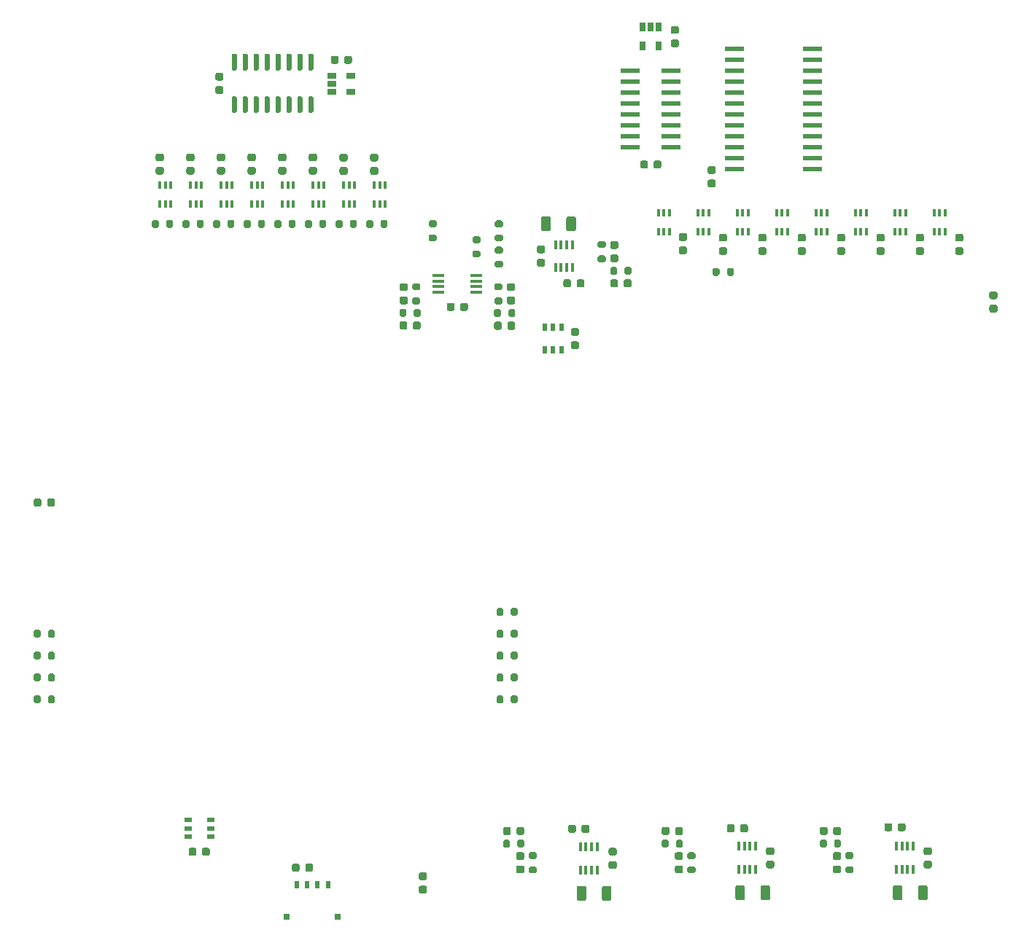
<source format=gbr>
%TF.GenerationSoftware,KiCad,Pcbnew,(5.1.10)-1*%
%TF.CreationDate,2023-07-09T15:29:34-05:00*%
%TF.ProjectId,multiplexer cell tester,6d756c74-6970-46c6-9578-65722063656c,A*%
%TF.SameCoordinates,Original*%
%TF.FileFunction,Paste,Top*%
%TF.FilePolarity,Positive*%
%FSLAX46Y46*%
G04 Gerber Fmt 4.6, Leading zero omitted, Abs format (unit mm)*
G04 Created by KiCad (PCBNEW (5.1.10)-1) date 2023-07-09 15:29:34*
%MOMM*%
%LPD*%
G01*
G04 APERTURE LIST*
%ADD10R,0.650000X1.060000*%
%ADD11R,1.060000X0.650000*%
%ADD12R,1.450000X0.450000*%
%ADD13R,0.876300X0.508000*%
%ADD14R,0.508000X0.876300*%
%ADD15R,0.457200X1.003300*%
%ADD16R,0.355600X0.876300*%
%ADD17R,2.311400X0.558800*%
%ADD18R,2.184400X0.558800*%
%ADD19R,0.600000X0.850000*%
%ADD20R,0.700000X0.800000*%
G04 APERTURE END LIST*
%TO.C,R8*%
G36*
G01*
X175748500Y-74062000D02*
X175748500Y-73512000D01*
G75*
G02*
X175948500Y-73312000I200000J0D01*
G01*
X176348500Y-73312000D01*
G75*
G02*
X176548500Y-73512000I0J-200000D01*
G01*
X176548500Y-74062000D01*
G75*
G02*
X176348500Y-74262000I-200000J0D01*
G01*
X175948500Y-74262000D01*
G75*
G02*
X175748500Y-74062000I0J200000D01*
G01*
G37*
G36*
G01*
X174098500Y-74062000D02*
X174098500Y-73512000D01*
G75*
G02*
X174298500Y-73312000I200000J0D01*
G01*
X174698500Y-73312000D01*
G75*
G02*
X174898500Y-73512000I0J-200000D01*
G01*
X174898500Y-74062000D01*
G75*
G02*
X174698500Y-74262000I-200000J0D01*
G01*
X174298500Y-74262000D01*
G75*
G02*
X174098500Y-74062000I0J200000D01*
G01*
G37*
%TD*%
%TO.C,C10*%
G36*
G01*
X130675500Y-48899000D02*
X130675500Y-49399000D01*
G75*
G02*
X130450500Y-49624000I-225000J0D01*
G01*
X130000500Y-49624000D01*
G75*
G02*
X129775500Y-49399000I0J225000D01*
G01*
X129775500Y-48899000D01*
G75*
G02*
X130000500Y-48674000I225000J0D01*
G01*
X130450500Y-48674000D01*
G75*
G02*
X130675500Y-48899000I0J-225000D01*
G01*
G37*
G36*
G01*
X132225500Y-48899000D02*
X132225500Y-49399000D01*
G75*
G02*
X132000500Y-49624000I-225000J0D01*
G01*
X131550500Y-49624000D01*
G75*
G02*
X131325500Y-49399000I0J225000D01*
G01*
X131325500Y-48899000D01*
G75*
G02*
X131550500Y-48674000I225000J0D01*
G01*
X132000500Y-48674000D01*
G75*
G02*
X132225500Y-48899000I0J-225000D01*
G01*
G37*
%TD*%
D10*
%TO.C,U2*%
X167866100Y-47556600D03*
X165966100Y-47556600D03*
X165966100Y-45356600D03*
X166916100Y-45356600D03*
X167866100Y-45356600D03*
%TD*%
D11*
%TO.C,U1*%
X132100500Y-50993000D03*
X132100500Y-52893000D03*
X129900500Y-52893000D03*
X129900500Y-51943000D03*
X129900500Y-50993000D03*
%TD*%
D12*
%TO.C,U23*%
X142262500Y-76159000D03*
X142262500Y-75509000D03*
X142262500Y-74859000D03*
X142262500Y-74209000D03*
X146662500Y-74209000D03*
X146662500Y-74859000D03*
X146662500Y-75509000D03*
X146662500Y-76159000D03*
%TD*%
%TO.C,R28*%
G36*
G01*
X141880000Y-68599500D02*
X141330000Y-68599500D01*
G75*
G02*
X141130000Y-68399500I0J200000D01*
G01*
X141130000Y-67999500D01*
G75*
G02*
X141330000Y-67799500I200000J0D01*
G01*
X141880000Y-67799500D01*
G75*
G02*
X142080000Y-67999500I0J-200000D01*
G01*
X142080000Y-68399500D01*
G75*
G02*
X141880000Y-68599500I-200000J0D01*
G01*
G37*
G36*
G01*
X141880000Y-70249500D02*
X141330000Y-70249500D01*
G75*
G02*
X141130000Y-70049500I0J200000D01*
G01*
X141130000Y-69649500D01*
G75*
G02*
X141330000Y-69449500I200000J0D01*
G01*
X141880000Y-69449500D01*
G75*
G02*
X142080000Y-69649500I0J-200000D01*
G01*
X142080000Y-70049500D01*
G75*
G02*
X141880000Y-70249500I-200000J0D01*
G01*
G37*
%TD*%
%TO.C,R20*%
G36*
G01*
X139975000Y-75902000D02*
X139425000Y-75902000D01*
G75*
G02*
X139225000Y-75702000I0J200000D01*
G01*
X139225000Y-75302000D01*
G75*
G02*
X139425000Y-75102000I200000J0D01*
G01*
X139975000Y-75102000D01*
G75*
G02*
X140175000Y-75302000I0J-200000D01*
G01*
X140175000Y-75702000D01*
G75*
G02*
X139975000Y-75902000I-200000J0D01*
G01*
G37*
G36*
G01*
X139975000Y-77552000D02*
X139425000Y-77552000D01*
G75*
G02*
X139225000Y-77352000I0J200000D01*
G01*
X139225000Y-76952000D01*
G75*
G02*
X139425000Y-76752000I200000J0D01*
G01*
X139975000Y-76752000D01*
G75*
G02*
X140175000Y-76952000I0J-200000D01*
G01*
X140175000Y-77352000D01*
G75*
G02*
X139975000Y-77552000I-200000J0D01*
G01*
G37*
%TD*%
%TO.C,R18*%
G36*
G01*
X138551100Y-78274500D02*
X138551100Y-78824500D01*
G75*
G02*
X138351100Y-79024500I-200000J0D01*
G01*
X137951100Y-79024500D01*
G75*
G02*
X137751100Y-78824500I0J200000D01*
G01*
X137751100Y-78274500D01*
G75*
G02*
X137951100Y-78074500I200000J0D01*
G01*
X138351100Y-78074500D01*
G75*
G02*
X138551100Y-78274500I0J-200000D01*
G01*
G37*
G36*
G01*
X140201100Y-78274500D02*
X140201100Y-78824500D01*
G75*
G02*
X140001100Y-79024500I-200000J0D01*
G01*
X139601100Y-79024500D01*
G75*
G02*
X139401100Y-78824500I0J200000D01*
G01*
X139401100Y-78274500D01*
G75*
G02*
X139601100Y-78074500I200000J0D01*
G01*
X140001100Y-78074500D01*
G75*
G02*
X140201100Y-78274500I0J-200000D01*
G01*
G37*
%TD*%
%TO.C,C30*%
G36*
G01*
X138489500Y-76002000D02*
X137989500Y-76002000D01*
G75*
G02*
X137764500Y-75777000I0J225000D01*
G01*
X137764500Y-75327000D01*
G75*
G02*
X137989500Y-75102000I225000J0D01*
G01*
X138489500Y-75102000D01*
G75*
G02*
X138714500Y-75327000I0J-225000D01*
G01*
X138714500Y-75777000D01*
G75*
G02*
X138489500Y-76002000I-225000J0D01*
G01*
G37*
G36*
G01*
X138489500Y-77552000D02*
X137989500Y-77552000D01*
G75*
G02*
X137764500Y-77327000I0J225000D01*
G01*
X137764500Y-76877000D01*
G75*
G02*
X137989500Y-76652000I225000J0D01*
G01*
X138489500Y-76652000D01*
G75*
G02*
X138714500Y-76877000I0J-225000D01*
G01*
X138714500Y-77327000D01*
G75*
G02*
X138489500Y-77552000I-225000J0D01*
G01*
G37*
%TD*%
%TO.C,C28*%
G36*
G01*
X138651100Y-79760000D02*
X138651100Y-80260000D01*
G75*
G02*
X138426100Y-80485000I-225000J0D01*
G01*
X137976100Y-80485000D01*
G75*
G02*
X137751100Y-80260000I0J225000D01*
G01*
X137751100Y-79760000D01*
G75*
G02*
X137976100Y-79535000I225000J0D01*
G01*
X138426100Y-79535000D01*
G75*
G02*
X138651100Y-79760000I0J-225000D01*
G01*
G37*
G36*
G01*
X140201100Y-79760000D02*
X140201100Y-80260000D01*
G75*
G02*
X139976100Y-80485000I-225000J0D01*
G01*
X139526100Y-80485000D01*
G75*
G02*
X139301100Y-80260000I0J225000D01*
G01*
X139301100Y-79760000D01*
G75*
G02*
X139526100Y-79535000I225000J0D01*
G01*
X139976100Y-79535000D01*
G75*
G02*
X140201100Y-79760000I0J-225000D01*
G01*
G37*
%TD*%
D13*
%TO.C,U28*%
X115804950Y-137479999D03*
X115804950Y-138430000D03*
X115804950Y-139380001D03*
X113176050Y-139380001D03*
X113176050Y-138430000D03*
X113176050Y-137479999D03*
%TD*%
D14*
%TO.C,U27*%
X154624999Y-80219550D03*
X155575000Y-80219550D03*
X156525001Y-80219550D03*
X156525001Y-82848450D03*
X155575000Y-82848450D03*
X154624999Y-82848450D03*
%TD*%
%TO.C,C51*%
G36*
G01*
X114165500Y-140910500D02*
X114165500Y-141410500D01*
G75*
G02*
X113940500Y-141635500I-225000J0D01*
G01*
X113490500Y-141635500D01*
G75*
G02*
X113265500Y-141410500I0J225000D01*
G01*
X113265500Y-140910500D01*
G75*
G02*
X113490500Y-140685500I225000J0D01*
G01*
X113940500Y-140685500D01*
G75*
G02*
X114165500Y-140910500I0J-225000D01*
G01*
G37*
G36*
G01*
X115715500Y-140910500D02*
X115715500Y-141410500D01*
G75*
G02*
X115490500Y-141635500I-225000J0D01*
G01*
X115040500Y-141635500D01*
G75*
G02*
X114815500Y-141410500I0J225000D01*
G01*
X114815500Y-140910500D01*
G75*
G02*
X115040500Y-140685500I225000J0D01*
G01*
X115490500Y-140685500D01*
G75*
G02*
X115715500Y-140910500I0J-225000D01*
G01*
G37*
%TD*%
D15*
%TO.C,U26*%
X160677499Y-143249650D03*
X160027501Y-143249650D03*
X159377499Y-143249650D03*
X158727501Y-143249650D03*
X158727501Y-140595350D03*
X159377499Y-140595350D03*
X160027501Y-140595350D03*
X160677499Y-140595350D03*
%TD*%
%TO.C,U25*%
X179092499Y-143186150D03*
X178442501Y-143186150D03*
X177792499Y-143186150D03*
X177142501Y-143186150D03*
X177142501Y-140531850D03*
X177792499Y-140531850D03*
X178442501Y-140531850D03*
X179092499Y-140531850D03*
%TD*%
%TO.C,U24*%
X197380499Y-143186150D03*
X196730501Y-143186150D03*
X196080499Y-143186150D03*
X195430501Y-143186150D03*
X195430501Y-140531850D03*
X196080499Y-140531850D03*
X196730501Y-140531850D03*
X197380499Y-140531850D03*
%TD*%
%TO.C,U22*%
X155870001Y-70618350D03*
X156519999Y-70618350D03*
X157170001Y-70618350D03*
X157819999Y-70618350D03*
X157819999Y-73272650D03*
X157170001Y-73272650D03*
X156519999Y-73272650D03*
X155870001Y-73272650D03*
%TD*%
D16*
%TO.C,U21*%
X134795501Y-63722250D03*
X135445500Y-63722250D03*
X136095499Y-63722250D03*
X136095499Y-65944750D03*
X135445500Y-65944750D03*
X134795501Y-65944750D03*
%TD*%
%TO.C,U20*%
X131239501Y-63722250D03*
X131889500Y-63722250D03*
X132539499Y-63722250D03*
X132539499Y-65944750D03*
X131889500Y-65944750D03*
X131239501Y-65944750D03*
%TD*%
%TO.C,U19*%
X127683501Y-63722250D03*
X128333500Y-63722250D03*
X128983499Y-63722250D03*
X128983499Y-65944750D03*
X128333500Y-65944750D03*
X127683501Y-65944750D03*
%TD*%
%TO.C,U18*%
X124127501Y-63722250D03*
X124777500Y-63722250D03*
X125427499Y-63722250D03*
X125427499Y-65944750D03*
X124777500Y-65944750D03*
X124127501Y-65944750D03*
%TD*%
%TO.C,U17*%
X120571501Y-63722250D03*
X121221500Y-63722250D03*
X121871499Y-63722250D03*
X121871499Y-65944750D03*
X121221500Y-65944750D03*
X120571501Y-65944750D03*
%TD*%
%TO.C,U16*%
X117015501Y-63722250D03*
X117665500Y-63722250D03*
X118315499Y-63722250D03*
X118315499Y-65944750D03*
X117665500Y-65944750D03*
X117015501Y-65944750D03*
%TD*%
%TO.C,U15*%
X113459501Y-63722250D03*
X114109500Y-63722250D03*
X114759499Y-63722250D03*
X114759499Y-65944750D03*
X114109500Y-65944750D03*
X113459501Y-65944750D03*
%TD*%
%TO.C,U14*%
X109903501Y-63722250D03*
X110553500Y-63722250D03*
X111203499Y-63722250D03*
X111203499Y-65944750D03*
X110553500Y-65944750D03*
X109903501Y-65944750D03*
%TD*%
%TO.C,U13*%
G36*
G01*
X118704500Y-50379500D02*
X118404500Y-50379500D01*
G75*
G02*
X118254500Y-50229500I0J150000D01*
G01*
X118254500Y-48579500D01*
G75*
G02*
X118404500Y-48429500I150000J0D01*
G01*
X118704500Y-48429500D01*
G75*
G02*
X118854500Y-48579500I0J-150000D01*
G01*
X118854500Y-50229500D01*
G75*
G02*
X118704500Y-50379500I-150000J0D01*
G01*
G37*
G36*
G01*
X119974500Y-50379500D02*
X119674500Y-50379500D01*
G75*
G02*
X119524500Y-50229500I0J150000D01*
G01*
X119524500Y-48579500D01*
G75*
G02*
X119674500Y-48429500I150000J0D01*
G01*
X119974500Y-48429500D01*
G75*
G02*
X120124500Y-48579500I0J-150000D01*
G01*
X120124500Y-50229500D01*
G75*
G02*
X119974500Y-50379500I-150000J0D01*
G01*
G37*
G36*
G01*
X121244500Y-50379500D02*
X120944500Y-50379500D01*
G75*
G02*
X120794500Y-50229500I0J150000D01*
G01*
X120794500Y-48579500D01*
G75*
G02*
X120944500Y-48429500I150000J0D01*
G01*
X121244500Y-48429500D01*
G75*
G02*
X121394500Y-48579500I0J-150000D01*
G01*
X121394500Y-50229500D01*
G75*
G02*
X121244500Y-50379500I-150000J0D01*
G01*
G37*
G36*
G01*
X122514500Y-50379500D02*
X122214500Y-50379500D01*
G75*
G02*
X122064500Y-50229500I0J150000D01*
G01*
X122064500Y-48579500D01*
G75*
G02*
X122214500Y-48429500I150000J0D01*
G01*
X122514500Y-48429500D01*
G75*
G02*
X122664500Y-48579500I0J-150000D01*
G01*
X122664500Y-50229500D01*
G75*
G02*
X122514500Y-50379500I-150000J0D01*
G01*
G37*
G36*
G01*
X123784500Y-50379500D02*
X123484500Y-50379500D01*
G75*
G02*
X123334500Y-50229500I0J150000D01*
G01*
X123334500Y-48579500D01*
G75*
G02*
X123484500Y-48429500I150000J0D01*
G01*
X123784500Y-48429500D01*
G75*
G02*
X123934500Y-48579500I0J-150000D01*
G01*
X123934500Y-50229500D01*
G75*
G02*
X123784500Y-50379500I-150000J0D01*
G01*
G37*
G36*
G01*
X125054500Y-50379500D02*
X124754500Y-50379500D01*
G75*
G02*
X124604500Y-50229500I0J150000D01*
G01*
X124604500Y-48579500D01*
G75*
G02*
X124754500Y-48429500I150000J0D01*
G01*
X125054500Y-48429500D01*
G75*
G02*
X125204500Y-48579500I0J-150000D01*
G01*
X125204500Y-50229500D01*
G75*
G02*
X125054500Y-50379500I-150000J0D01*
G01*
G37*
G36*
G01*
X126324500Y-50379500D02*
X126024500Y-50379500D01*
G75*
G02*
X125874500Y-50229500I0J150000D01*
G01*
X125874500Y-48579500D01*
G75*
G02*
X126024500Y-48429500I150000J0D01*
G01*
X126324500Y-48429500D01*
G75*
G02*
X126474500Y-48579500I0J-150000D01*
G01*
X126474500Y-50229500D01*
G75*
G02*
X126324500Y-50379500I-150000J0D01*
G01*
G37*
G36*
G01*
X127594500Y-50379500D02*
X127294500Y-50379500D01*
G75*
G02*
X127144500Y-50229500I0J150000D01*
G01*
X127144500Y-48579500D01*
G75*
G02*
X127294500Y-48429500I150000J0D01*
G01*
X127594500Y-48429500D01*
G75*
G02*
X127744500Y-48579500I0J-150000D01*
G01*
X127744500Y-50229500D01*
G75*
G02*
X127594500Y-50379500I-150000J0D01*
G01*
G37*
G36*
G01*
X127594500Y-55329500D02*
X127294500Y-55329500D01*
G75*
G02*
X127144500Y-55179500I0J150000D01*
G01*
X127144500Y-53529500D01*
G75*
G02*
X127294500Y-53379500I150000J0D01*
G01*
X127594500Y-53379500D01*
G75*
G02*
X127744500Y-53529500I0J-150000D01*
G01*
X127744500Y-55179500D01*
G75*
G02*
X127594500Y-55329500I-150000J0D01*
G01*
G37*
G36*
G01*
X126324500Y-55329500D02*
X126024500Y-55329500D01*
G75*
G02*
X125874500Y-55179500I0J150000D01*
G01*
X125874500Y-53529500D01*
G75*
G02*
X126024500Y-53379500I150000J0D01*
G01*
X126324500Y-53379500D01*
G75*
G02*
X126474500Y-53529500I0J-150000D01*
G01*
X126474500Y-55179500D01*
G75*
G02*
X126324500Y-55329500I-150000J0D01*
G01*
G37*
G36*
G01*
X125054500Y-55329500D02*
X124754500Y-55329500D01*
G75*
G02*
X124604500Y-55179500I0J150000D01*
G01*
X124604500Y-53529500D01*
G75*
G02*
X124754500Y-53379500I150000J0D01*
G01*
X125054500Y-53379500D01*
G75*
G02*
X125204500Y-53529500I0J-150000D01*
G01*
X125204500Y-55179500D01*
G75*
G02*
X125054500Y-55329500I-150000J0D01*
G01*
G37*
G36*
G01*
X123784500Y-55329500D02*
X123484500Y-55329500D01*
G75*
G02*
X123334500Y-55179500I0J150000D01*
G01*
X123334500Y-53529500D01*
G75*
G02*
X123484500Y-53379500I150000J0D01*
G01*
X123784500Y-53379500D01*
G75*
G02*
X123934500Y-53529500I0J-150000D01*
G01*
X123934500Y-55179500D01*
G75*
G02*
X123784500Y-55329500I-150000J0D01*
G01*
G37*
G36*
G01*
X122514500Y-55329500D02*
X122214500Y-55329500D01*
G75*
G02*
X122064500Y-55179500I0J150000D01*
G01*
X122064500Y-53529500D01*
G75*
G02*
X122214500Y-53379500I150000J0D01*
G01*
X122514500Y-53379500D01*
G75*
G02*
X122664500Y-53529500I0J-150000D01*
G01*
X122664500Y-55179500D01*
G75*
G02*
X122514500Y-55329500I-150000J0D01*
G01*
G37*
G36*
G01*
X121244500Y-55329500D02*
X120944500Y-55329500D01*
G75*
G02*
X120794500Y-55179500I0J150000D01*
G01*
X120794500Y-53529500D01*
G75*
G02*
X120944500Y-53379500I150000J0D01*
G01*
X121244500Y-53379500D01*
G75*
G02*
X121394500Y-53529500I0J-150000D01*
G01*
X121394500Y-55179500D01*
G75*
G02*
X121244500Y-55329500I-150000J0D01*
G01*
G37*
G36*
G01*
X119974500Y-55329500D02*
X119674500Y-55329500D01*
G75*
G02*
X119524500Y-55179500I0J150000D01*
G01*
X119524500Y-53529500D01*
G75*
G02*
X119674500Y-53379500I150000J0D01*
G01*
X119974500Y-53379500D01*
G75*
G02*
X120124500Y-53529500I0J-150000D01*
G01*
X120124500Y-55179500D01*
G75*
G02*
X119974500Y-55329500I-150000J0D01*
G01*
G37*
G36*
G01*
X118704500Y-55329500D02*
X118404500Y-55329500D01*
G75*
G02*
X118254500Y-55179500I0J150000D01*
G01*
X118254500Y-53529500D01*
G75*
G02*
X118404500Y-53379500I150000J0D01*
G01*
X118704500Y-53379500D01*
G75*
G02*
X118854500Y-53529500I0J-150000D01*
G01*
X118854500Y-55179500D01*
G75*
G02*
X118704500Y-55329500I-150000J0D01*
G01*
G37*
%TD*%
%TO.C,U12*%
X169090099Y-69157850D03*
X168440100Y-69157850D03*
X167790101Y-69157850D03*
X167790101Y-66935350D03*
X168440100Y-66935350D03*
X169090099Y-66935350D03*
%TD*%
%TO.C,U11*%
X173662099Y-69157850D03*
X173012100Y-69157850D03*
X172362101Y-69157850D03*
X172362101Y-66935350D03*
X173012100Y-66935350D03*
X173662099Y-66935350D03*
%TD*%
%TO.C,U10*%
X201094099Y-69157850D03*
X200444100Y-69157850D03*
X199794101Y-69157850D03*
X199794101Y-66935350D03*
X200444100Y-66935350D03*
X201094099Y-66935350D03*
%TD*%
%TO.C,U9*%
X196522099Y-69157850D03*
X195872100Y-69157850D03*
X195222101Y-69157850D03*
X195222101Y-66935350D03*
X195872100Y-66935350D03*
X196522099Y-66935350D03*
%TD*%
%TO.C,U8*%
X191950099Y-69157850D03*
X191300100Y-69157850D03*
X190650101Y-69157850D03*
X190650101Y-66935350D03*
X191300100Y-66935350D03*
X191950099Y-66935350D03*
%TD*%
%TO.C,U7*%
X182806099Y-69157850D03*
X182156100Y-69157850D03*
X181506101Y-69157850D03*
X181506101Y-66935350D03*
X182156100Y-66935350D03*
X182806099Y-66935350D03*
%TD*%
%TO.C,U6*%
X187378099Y-69157850D03*
X186728100Y-69157850D03*
X186078101Y-69157850D03*
X186078101Y-66935350D03*
X186728100Y-66935350D03*
X187378099Y-66935350D03*
%TD*%
%TO.C,U5*%
X178234099Y-69157850D03*
X177584100Y-69157850D03*
X176934101Y-69157850D03*
X176934101Y-66935350D03*
X177584100Y-66935350D03*
X178234099Y-66935350D03*
%TD*%
D17*
%TO.C,U4*%
X176618900Y-61823600D03*
X176618900Y-60553600D03*
X176618900Y-59283600D03*
X176618900Y-58013600D03*
X176618900Y-56743600D03*
X176618900Y-55473600D03*
X176618900Y-54203600D03*
X176618900Y-52933600D03*
X176618900Y-51663600D03*
X176618900Y-50393600D03*
X176618900Y-49123600D03*
X176618900Y-47853600D03*
X185661300Y-47853600D03*
X185661300Y-49123600D03*
X185661300Y-50393600D03*
X185661300Y-51663600D03*
X185661300Y-52933600D03*
X185661300Y-54203600D03*
X185661300Y-55473600D03*
X185661300Y-56743600D03*
X185661300Y-58013600D03*
X185661300Y-59283600D03*
X185661300Y-60553600D03*
X185661300Y-61823600D03*
%TD*%
D18*
%TO.C,U3*%
X164553900Y-59283600D03*
X164553900Y-58013600D03*
X164553900Y-56743600D03*
X164553900Y-55473600D03*
X164553900Y-54203600D03*
X164553900Y-52933600D03*
X164553900Y-51663600D03*
X164553900Y-50393600D03*
X169278300Y-50393600D03*
X169278300Y-51663600D03*
X169278300Y-52933600D03*
X169278300Y-54203600D03*
X169278300Y-55473600D03*
X169278300Y-56743600D03*
X169278300Y-58013600D03*
X169278300Y-59283600D03*
%TD*%
%TO.C,R40*%
G36*
G01*
X96095000Y-123169000D02*
X96095000Y-123719000D01*
G75*
G02*
X95895000Y-123919000I-200000J0D01*
G01*
X95495000Y-123919000D01*
G75*
G02*
X95295000Y-123719000I0J200000D01*
G01*
X95295000Y-123169000D01*
G75*
G02*
X95495000Y-122969000I200000J0D01*
G01*
X95895000Y-122969000D01*
G75*
G02*
X96095000Y-123169000I0J-200000D01*
G01*
G37*
G36*
G01*
X97745000Y-123169000D02*
X97745000Y-123719000D01*
G75*
G02*
X97545000Y-123919000I-200000J0D01*
G01*
X97145000Y-123919000D01*
G75*
G02*
X96945000Y-123719000I0J200000D01*
G01*
X96945000Y-123169000D01*
G75*
G02*
X97145000Y-122969000I200000J0D01*
G01*
X97545000Y-122969000D01*
G75*
G02*
X97745000Y-123169000I0J-200000D01*
G01*
G37*
%TD*%
%TO.C,R39*%
G36*
G01*
X96095000Y-120629000D02*
X96095000Y-121179000D01*
G75*
G02*
X95895000Y-121379000I-200000J0D01*
G01*
X95495000Y-121379000D01*
G75*
G02*
X95295000Y-121179000I0J200000D01*
G01*
X95295000Y-120629000D01*
G75*
G02*
X95495000Y-120429000I200000J0D01*
G01*
X95895000Y-120429000D01*
G75*
G02*
X96095000Y-120629000I0J-200000D01*
G01*
G37*
G36*
G01*
X97745000Y-120629000D02*
X97745000Y-121179000D01*
G75*
G02*
X97545000Y-121379000I-200000J0D01*
G01*
X97145000Y-121379000D01*
G75*
G02*
X96945000Y-121179000I0J200000D01*
G01*
X96945000Y-120629000D01*
G75*
G02*
X97145000Y-120429000I200000J0D01*
G01*
X97545000Y-120429000D01*
G75*
G02*
X97745000Y-120629000I0J-200000D01*
G01*
G37*
%TD*%
%TO.C,R38*%
G36*
G01*
X159437500Y-145361498D02*
X159437500Y-146611502D01*
G75*
G02*
X159187502Y-146861500I-249998J0D01*
G01*
X158562498Y-146861500D01*
G75*
G02*
X158312500Y-146611502I0J249998D01*
G01*
X158312500Y-145361498D01*
G75*
G02*
X158562498Y-145111500I249998J0D01*
G01*
X159187502Y-145111500D01*
G75*
G02*
X159437500Y-145361498I0J-249998D01*
G01*
G37*
G36*
G01*
X162362500Y-145361498D02*
X162362500Y-146611502D01*
G75*
G02*
X162112502Y-146861500I-249998J0D01*
G01*
X161487498Y-146861500D01*
G75*
G02*
X161237500Y-146611502I0J249998D01*
G01*
X161237500Y-145361498D01*
G75*
G02*
X161487498Y-145111500I249998J0D01*
G01*
X162112502Y-145111500D01*
G75*
G02*
X162362500Y-145361498I0J-249998D01*
G01*
G37*
%TD*%
%TO.C,R37*%
G36*
G01*
X177852500Y-145297998D02*
X177852500Y-146548002D01*
G75*
G02*
X177602502Y-146798000I-249998J0D01*
G01*
X176977498Y-146798000D01*
G75*
G02*
X176727500Y-146548002I0J249998D01*
G01*
X176727500Y-145297998D01*
G75*
G02*
X176977498Y-145048000I249998J0D01*
G01*
X177602502Y-145048000D01*
G75*
G02*
X177852500Y-145297998I0J-249998D01*
G01*
G37*
G36*
G01*
X180777500Y-145297998D02*
X180777500Y-146548002D01*
G75*
G02*
X180527502Y-146798000I-249998J0D01*
G01*
X179902498Y-146798000D01*
G75*
G02*
X179652500Y-146548002I0J249998D01*
G01*
X179652500Y-145297998D01*
G75*
G02*
X179902498Y-145048000I249998J0D01*
G01*
X180527502Y-145048000D01*
G75*
G02*
X180777500Y-145297998I0J-249998D01*
G01*
G37*
%TD*%
%TO.C,R36*%
G36*
G01*
X196140500Y-145297998D02*
X196140500Y-146548002D01*
G75*
G02*
X195890502Y-146798000I-249998J0D01*
G01*
X195265498Y-146798000D01*
G75*
G02*
X195015500Y-146548002I0J249998D01*
G01*
X195015500Y-145297998D01*
G75*
G02*
X195265498Y-145048000I249998J0D01*
G01*
X195890502Y-145048000D01*
G75*
G02*
X196140500Y-145297998I0J-249998D01*
G01*
G37*
G36*
G01*
X199065500Y-145297998D02*
X199065500Y-146548002D01*
G75*
G02*
X198815502Y-146798000I-249998J0D01*
G01*
X198190498Y-146798000D01*
G75*
G02*
X197940500Y-146548002I0J249998D01*
G01*
X197940500Y-145297998D01*
G75*
G02*
X198190498Y-145048000I249998J0D01*
G01*
X198815502Y-145048000D01*
G75*
G02*
X199065500Y-145297998I0J-249998D01*
G01*
G37*
%TD*%
%TO.C,R35*%
G36*
G01*
X152950500Y-142855500D02*
X153500500Y-142855500D01*
G75*
G02*
X153700500Y-143055500I0J-200000D01*
G01*
X153700500Y-143455500D01*
G75*
G02*
X153500500Y-143655500I-200000J0D01*
G01*
X152950500Y-143655500D01*
G75*
G02*
X152750500Y-143455500I0J200000D01*
G01*
X152750500Y-143055500D01*
G75*
G02*
X152950500Y-142855500I200000J0D01*
G01*
G37*
G36*
G01*
X152950500Y-141205500D02*
X153500500Y-141205500D01*
G75*
G02*
X153700500Y-141405500I0J-200000D01*
G01*
X153700500Y-141805500D01*
G75*
G02*
X153500500Y-142005500I-200000J0D01*
G01*
X152950500Y-142005500D01*
G75*
G02*
X152750500Y-141805500I0J200000D01*
G01*
X152750500Y-141405500D01*
G75*
G02*
X152950500Y-141205500I200000J0D01*
G01*
G37*
%TD*%
%TO.C,R34*%
G36*
G01*
X171365500Y-142855500D02*
X171915500Y-142855500D01*
G75*
G02*
X172115500Y-143055500I0J-200000D01*
G01*
X172115500Y-143455500D01*
G75*
G02*
X171915500Y-143655500I-200000J0D01*
G01*
X171365500Y-143655500D01*
G75*
G02*
X171165500Y-143455500I0J200000D01*
G01*
X171165500Y-143055500D01*
G75*
G02*
X171365500Y-142855500I200000J0D01*
G01*
G37*
G36*
G01*
X171365500Y-141205500D02*
X171915500Y-141205500D01*
G75*
G02*
X172115500Y-141405500I0J-200000D01*
G01*
X172115500Y-141805500D01*
G75*
G02*
X171915500Y-142005500I-200000J0D01*
G01*
X171365500Y-142005500D01*
G75*
G02*
X171165500Y-141805500I0J200000D01*
G01*
X171165500Y-141405500D01*
G75*
G02*
X171365500Y-141205500I200000J0D01*
G01*
G37*
%TD*%
%TO.C,R33*%
G36*
G01*
X189717000Y-142855500D02*
X190267000Y-142855500D01*
G75*
G02*
X190467000Y-143055500I0J-200000D01*
G01*
X190467000Y-143455500D01*
G75*
G02*
X190267000Y-143655500I-200000J0D01*
G01*
X189717000Y-143655500D01*
G75*
G02*
X189517000Y-143455500I0J200000D01*
G01*
X189517000Y-143055500D01*
G75*
G02*
X189717000Y-142855500I200000J0D01*
G01*
G37*
G36*
G01*
X189717000Y-141205500D02*
X190267000Y-141205500D01*
G75*
G02*
X190467000Y-141405500I0J-200000D01*
G01*
X190467000Y-141805500D01*
G75*
G02*
X190267000Y-142005500I-200000J0D01*
G01*
X189717000Y-142005500D01*
G75*
G02*
X189517000Y-141805500I0J200000D01*
G01*
X189517000Y-141405500D01*
G75*
G02*
X189717000Y-141205500I200000J0D01*
G01*
G37*
%TD*%
%TO.C,R31*%
G36*
G01*
X151428000Y-140483000D02*
X151428000Y-139933000D01*
G75*
G02*
X151628000Y-139733000I200000J0D01*
G01*
X152028000Y-139733000D01*
G75*
G02*
X152228000Y-139933000I0J-200000D01*
G01*
X152228000Y-140483000D01*
G75*
G02*
X152028000Y-140683000I-200000J0D01*
G01*
X151628000Y-140683000D01*
G75*
G02*
X151428000Y-140483000I0J200000D01*
G01*
G37*
G36*
G01*
X149778000Y-140483000D02*
X149778000Y-139933000D01*
G75*
G02*
X149978000Y-139733000I200000J0D01*
G01*
X150378000Y-139733000D01*
G75*
G02*
X150578000Y-139933000I0J-200000D01*
G01*
X150578000Y-140483000D01*
G75*
G02*
X150378000Y-140683000I-200000J0D01*
G01*
X149978000Y-140683000D01*
G75*
G02*
X149778000Y-140483000I0J200000D01*
G01*
G37*
%TD*%
%TO.C,R29*%
G36*
G01*
X169843000Y-140483000D02*
X169843000Y-139933000D01*
G75*
G02*
X170043000Y-139733000I200000J0D01*
G01*
X170443000Y-139733000D01*
G75*
G02*
X170643000Y-139933000I0J-200000D01*
G01*
X170643000Y-140483000D01*
G75*
G02*
X170443000Y-140683000I-200000J0D01*
G01*
X170043000Y-140683000D01*
G75*
G02*
X169843000Y-140483000I0J200000D01*
G01*
G37*
G36*
G01*
X168193000Y-140483000D02*
X168193000Y-139933000D01*
G75*
G02*
X168393000Y-139733000I200000J0D01*
G01*
X168793000Y-139733000D01*
G75*
G02*
X168993000Y-139933000I0J-200000D01*
G01*
X168993000Y-140483000D01*
G75*
G02*
X168793000Y-140683000I-200000J0D01*
G01*
X168393000Y-140683000D01*
G75*
G02*
X168193000Y-140483000I0J200000D01*
G01*
G37*
%TD*%
%TO.C,R27*%
G36*
G01*
X188194500Y-140483000D02*
X188194500Y-139933000D01*
G75*
G02*
X188394500Y-139733000I200000J0D01*
G01*
X188794500Y-139733000D01*
G75*
G02*
X188994500Y-139933000I0J-200000D01*
G01*
X188994500Y-140483000D01*
G75*
G02*
X188794500Y-140683000I-200000J0D01*
G01*
X188394500Y-140683000D01*
G75*
G02*
X188194500Y-140483000I0J200000D01*
G01*
G37*
G36*
G01*
X186544500Y-140483000D02*
X186544500Y-139933000D01*
G75*
G02*
X186744500Y-139733000I200000J0D01*
G01*
X187144500Y-139733000D01*
G75*
G02*
X187344500Y-139933000I0J-200000D01*
G01*
X187344500Y-140483000D01*
G75*
G02*
X187144500Y-140683000I-200000J0D01*
G01*
X186744500Y-140683000D01*
G75*
G02*
X186544500Y-140483000I0J200000D01*
G01*
G37*
%TD*%
%TO.C,R26*%
G36*
G01*
X149563500Y-71647500D02*
X149013500Y-71647500D01*
G75*
G02*
X148813500Y-71447500I0J200000D01*
G01*
X148813500Y-71047500D01*
G75*
G02*
X149013500Y-70847500I200000J0D01*
G01*
X149563500Y-70847500D01*
G75*
G02*
X149763500Y-71047500I0J-200000D01*
G01*
X149763500Y-71447500D01*
G75*
G02*
X149563500Y-71647500I-200000J0D01*
G01*
G37*
G36*
G01*
X149563500Y-73297500D02*
X149013500Y-73297500D01*
G75*
G02*
X148813500Y-73097500I0J200000D01*
G01*
X148813500Y-72697500D01*
G75*
G02*
X149013500Y-72497500I200000J0D01*
G01*
X149563500Y-72497500D01*
G75*
G02*
X149763500Y-72697500I0J-200000D01*
G01*
X149763500Y-73097500D01*
G75*
G02*
X149563500Y-73297500I-200000J0D01*
G01*
G37*
%TD*%
%TO.C,R25*%
G36*
G01*
X149563500Y-68599500D02*
X149013500Y-68599500D01*
G75*
G02*
X148813500Y-68399500I0J200000D01*
G01*
X148813500Y-67999500D01*
G75*
G02*
X149013500Y-67799500I200000J0D01*
G01*
X149563500Y-67799500D01*
G75*
G02*
X149763500Y-67999500I0J-200000D01*
G01*
X149763500Y-68399500D01*
G75*
G02*
X149563500Y-68599500I-200000J0D01*
G01*
G37*
G36*
G01*
X149563500Y-70249500D02*
X149013500Y-70249500D01*
G75*
G02*
X148813500Y-70049500I0J200000D01*
G01*
X148813500Y-69649500D01*
G75*
G02*
X149013500Y-69449500I200000J0D01*
G01*
X149563500Y-69449500D01*
G75*
G02*
X149763500Y-69649500I0J-200000D01*
G01*
X149763500Y-70049500D01*
G75*
G02*
X149563500Y-70249500I-200000J0D01*
G01*
G37*
%TD*%
%TO.C,R24*%
G36*
G01*
X146960000Y-70441000D02*
X146410000Y-70441000D01*
G75*
G02*
X146210000Y-70241000I0J200000D01*
G01*
X146210000Y-69841000D01*
G75*
G02*
X146410000Y-69641000I200000J0D01*
G01*
X146960000Y-69641000D01*
G75*
G02*
X147160000Y-69841000I0J-200000D01*
G01*
X147160000Y-70241000D01*
G75*
G02*
X146960000Y-70441000I-200000J0D01*
G01*
G37*
G36*
G01*
X146960000Y-72091000D02*
X146410000Y-72091000D01*
G75*
G02*
X146210000Y-71891000I0J200000D01*
G01*
X146210000Y-71491000D01*
G75*
G02*
X146410000Y-71291000I200000J0D01*
G01*
X146960000Y-71291000D01*
G75*
G02*
X147160000Y-71491000I0J-200000D01*
G01*
X147160000Y-71891000D01*
G75*
G02*
X146960000Y-72091000I-200000J0D01*
G01*
G37*
%TD*%
%TO.C,R23*%
G36*
G01*
X157110000Y-68824002D02*
X157110000Y-67573998D01*
G75*
G02*
X157359998Y-67324000I249998J0D01*
G01*
X157985002Y-67324000D01*
G75*
G02*
X158235000Y-67573998I0J-249998D01*
G01*
X158235000Y-68824002D01*
G75*
G02*
X157985002Y-69074000I-249998J0D01*
G01*
X157359998Y-69074000D01*
G75*
G02*
X157110000Y-68824002I0J249998D01*
G01*
G37*
G36*
G01*
X154185000Y-68824002D02*
X154185000Y-67573998D01*
G75*
G02*
X154434998Y-67324000I249998J0D01*
G01*
X155060002Y-67324000D01*
G75*
G02*
X155310000Y-67573998I0J-249998D01*
G01*
X155310000Y-68824002D01*
G75*
G02*
X155060002Y-69074000I-249998J0D01*
G01*
X154434998Y-69074000D01*
G75*
G02*
X154185000Y-68824002I0J249998D01*
G01*
G37*
%TD*%
%TO.C,R22*%
G36*
G01*
X149500000Y-75902000D02*
X148950000Y-75902000D01*
G75*
G02*
X148750000Y-75702000I0J200000D01*
G01*
X148750000Y-75302000D01*
G75*
G02*
X148950000Y-75102000I200000J0D01*
G01*
X149500000Y-75102000D01*
G75*
G02*
X149700000Y-75302000I0J-200000D01*
G01*
X149700000Y-75702000D01*
G75*
G02*
X149500000Y-75902000I-200000J0D01*
G01*
G37*
G36*
G01*
X149500000Y-77552000D02*
X148950000Y-77552000D01*
G75*
G02*
X148750000Y-77352000I0J200000D01*
G01*
X148750000Y-76952000D01*
G75*
G02*
X148950000Y-76752000I200000J0D01*
G01*
X149500000Y-76752000D01*
G75*
G02*
X149700000Y-76952000I0J-200000D01*
G01*
X149700000Y-77352000D01*
G75*
G02*
X149500000Y-77552000I-200000J0D01*
G01*
G37*
%TD*%
%TO.C,R21*%
G36*
G01*
X161501500Y-71012000D02*
X160951500Y-71012000D01*
G75*
G02*
X160751500Y-70812000I0J200000D01*
G01*
X160751500Y-70412000D01*
G75*
G02*
X160951500Y-70212000I200000J0D01*
G01*
X161501500Y-70212000D01*
G75*
G02*
X161701500Y-70412000I0J-200000D01*
G01*
X161701500Y-70812000D01*
G75*
G02*
X161501500Y-71012000I-200000J0D01*
G01*
G37*
G36*
G01*
X161501500Y-72662000D02*
X160951500Y-72662000D01*
G75*
G02*
X160751500Y-72462000I0J200000D01*
G01*
X160751500Y-72062000D01*
G75*
G02*
X160951500Y-71862000I200000J0D01*
G01*
X161501500Y-71862000D01*
G75*
G02*
X161701500Y-72062000I0J-200000D01*
G01*
X161701500Y-72462000D01*
G75*
G02*
X161501500Y-72662000I-200000J0D01*
G01*
G37*
%TD*%
%TO.C,R19*%
G36*
G01*
X149523900Y-78287200D02*
X149523900Y-78837200D01*
G75*
G02*
X149323900Y-79037200I-200000J0D01*
G01*
X148923900Y-79037200D01*
G75*
G02*
X148723900Y-78837200I0J200000D01*
G01*
X148723900Y-78287200D01*
G75*
G02*
X148923900Y-78087200I200000J0D01*
G01*
X149323900Y-78087200D01*
G75*
G02*
X149523900Y-78287200I0J-200000D01*
G01*
G37*
G36*
G01*
X151173900Y-78287200D02*
X151173900Y-78837200D01*
G75*
G02*
X150973900Y-79037200I-200000J0D01*
G01*
X150573900Y-79037200D01*
G75*
G02*
X150373900Y-78837200I0J200000D01*
G01*
X150373900Y-78287200D01*
G75*
G02*
X150573900Y-78087200I200000J0D01*
G01*
X150973900Y-78087200D01*
G75*
G02*
X151173900Y-78287200I0J-200000D01*
G01*
G37*
%TD*%
%TO.C,R17*%
G36*
G01*
X163024000Y-73385000D02*
X163024000Y-73935000D01*
G75*
G02*
X162824000Y-74135000I-200000J0D01*
G01*
X162424000Y-74135000D01*
G75*
G02*
X162224000Y-73935000I0J200000D01*
G01*
X162224000Y-73385000D01*
G75*
G02*
X162424000Y-73185000I200000J0D01*
G01*
X162824000Y-73185000D01*
G75*
G02*
X163024000Y-73385000I0J-200000D01*
G01*
G37*
G36*
G01*
X164674000Y-73385000D02*
X164674000Y-73935000D01*
G75*
G02*
X164474000Y-74135000I-200000J0D01*
G01*
X164074000Y-74135000D01*
G75*
G02*
X163874000Y-73935000I0J200000D01*
G01*
X163874000Y-73385000D01*
G75*
G02*
X164074000Y-73185000I200000J0D01*
G01*
X164474000Y-73185000D01*
G75*
G02*
X164674000Y-73385000I0J-200000D01*
G01*
G37*
%TD*%
%TO.C,R16*%
G36*
G01*
X134703000Y-67924000D02*
X134703000Y-68474000D01*
G75*
G02*
X134503000Y-68674000I-200000J0D01*
G01*
X134103000Y-68674000D01*
G75*
G02*
X133903000Y-68474000I0J200000D01*
G01*
X133903000Y-67924000D01*
G75*
G02*
X134103000Y-67724000I200000J0D01*
G01*
X134503000Y-67724000D01*
G75*
G02*
X134703000Y-67924000I0J-200000D01*
G01*
G37*
G36*
G01*
X136353000Y-67924000D02*
X136353000Y-68474000D01*
G75*
G02*
X136153000Y-68674000I-200000J0D01*
G01*
X135753000Y-68674000D01*
G75*
G02*
X135553000Y-68474000I0J200000D01*
G01*
X135553000Y-67924000D01*
G75*
G02*
X135753000Y-67724000I200000J0D01*
G01*
X136153000Y-67724000D01*
G75*
G02*
X136353000Y-67924000I0J-200000D01*
G01*
G37*
%TD*%
%TO.C,R15*%
G36*
G01*
X131147000Y-67924000D02*
X131147000Y-68474000D01*
G75*
G02*
X130947000Y-68674000I-200000J0D01*
G01*
X130547000Y-68674000D01*
G75*
G02*
X130347000Y-68474000I0J200000D01*
G01*
X130347000Y-67924000D01*
G75*
G02*
X130547000Y-67724000I200000J0D01*
G01*
X130947000Y-67724000D01*
G75*
G02*
X131147000Y-67924000I0J-200000D01*
G01*
G37*
G36*
G01*
X132797000Y-67924000D02*
X132797000Y-68474000D01*
G75*
G02*
X132597000Y-68674000I-200000J0D01*
G01*
X132197000Y-68674000D01*
G75*
G02*
X131997000Y-68474000I0J200000D01*
G01*
X131997000Y-67924000D01*
G75*
G02*
X132197000Y-67724000I200000J0D01*
G01*
X132597000Y-67724000D01*
G75*
G02*
X132797000Y-67924000I0J-200000D01*
G01*
G37*
%TD*%
%TO.C,R14*%
G36*
G01*
X127591000Y-67924000D02*
X127591000Y-68474000D01*
G75*
G02*
X127391000Y-68674000I-200000J0D01*
G01*
X126991000Y-68674000D01*
G75*
G02*
X126791000Y-68474000I0J200000D01*
G01*
X126791000Y-67924000D01*
G75*
G02*
X126991000Y-67724000I200000J0D01*
G01*
X127391000Y-67724000D01*
G75*
G02*
X127591000Y-67924000I0J-200000D01*
G01*
G37*
G36*
G01*
X129241000Y-67924000D02*
X129241000Y-68474000D01*
G75*
G02*
X129041000Y-68674000I-200000J0D01*
G01*
X128641000Y-68674000D01*
G75*
G02*
X128441000Y-68474000I0J200000D01*
G01*
X128441000Y-67924000D01*
G75*
G02*
X128641000Y-67724000I200000J0D01*
G01*
X129041000Y-67724000D01*
G75*
G02*
X129241000Y-67924000I0J-200000D01*
G01*
G37*
%TD*%
%TO.C,R13*%
G36*
G01*
X124035000Y-67924000D02*
X124035000Y-68474000D01*
G75*
G02*
X123835000Y-68674000I-200000J0D01*
G01*
X123435000Y-68674000D01*
G75*
G02*
X123235000Y-68474000I0J200000D01*
G01*
X123235000Y-67924000D01*
G75*
G02*
X123435000Y-67724000I200000J0D01*
G01*
X123835000Y-67724000D01*
G75*
G02*
X124035000Y-67924000I0J-200000D01*
G01*
G37*
G36*
G01*
X125685000Y-67924000D02*
X125685000Y-68474000D01*
G75*
G02*
X125485000Y-68674000I-200000J0D01*
G01*
X125085000Y-68674000D01*
G75*
G02*
X124885000Y-68474000I0J200000D01*
G01*
X124885000Y-67924000D01*
G75*
G02*
X125085000Y-67724000I200000J0D01*
G01*
X125485000Y-67724000D01*
G75*
G02*
X125685000Y-67924000I0J-200000D01*
G01*
G37*
%TD*%
%TO.C,R12*%
G36*
G01*
X120479000Y-67924000D02*
X120479000Y-68474000D01*
G75*
G02*
X120279000Y-68674000I-200000J0D01*
G01*
X119879000Y-68674000D01*
G75*
G02*
X119679000Y-68474000I0J200000D01*
G01*
X119679000Y-67924000D01*
G75*
G02*
X119879000Y-67724000I200000J0D01*
G01*
X120279000Y-67724000D01*
G75*
G02*
X120479000Y-67924000I0J-200000D01*
G01*
G37*
G36*
G01*
X122129000Y-67924000D02*
X122129000Y-68474000D01*
G75*
G02*
X121929000Y-68674000I-200000J0D01*
G01*
X121529000Y-68674000D01*
G75*
G02*
X121329000Y-68474000I0J200000D01*
G01*
X121329000Y-67924000D01*
G75*
G02*
X121529000Y-67724000I200000J0D01*
G01*
X121929000Y-67724000D01*
G75*
G02*
X122129000Y-67924000I0J-200000D01*
G01*
G37*
%TD*%
%TO.C,R11*%
G36*
G01*
X116923000Y-67924000D02*
X116923000Y-68474000D01*
G75*
G02*
X116723000Y-68674000I-200000J0D01*
G01*
X116323000Y-68674000D01*
G75*
G02*
X116123000Y-68474000I0J200000D01*
G01*
X116123000Y-67924000D01*
G75*
G02*
X116323000Y-67724000I200000J0D01*
G01*
X116723000Y-67724000D01*
G75*
G02*
X116923000Y-67924000I0J-200000D01*
G01*
G37*
G36*
G01*
X118573000Y-67924000D02*
X118573000Y-68474000D01*
G75*
G02*
X118373000Y-68674000I-200000J0D01*
G01*
X117973000Y-68674000D01*
G75*
G02*
X117773000Y-68474000I0J200000D01*
G01*
X117773000Y-67924000D01*
G75*
G02*
X117973000Y-67724000I200000J0D01*
G01*
X118373000Y-67724000D01*
G75*
G02*
X118573000Y-67924000I0J-200000D01*
G01*
G37*
%TD*%
%TO.C,R10*%
G36*
G01*
X113367000Y-67924000D02*
X113367000Y-68474000D01*
G75*
G02*
X113167000Y-68674000I-200000J0D01*
G01*
X112767000Y-68674000D01*
G75*
G02*
X112567000Y-68474000I0J200000D01*
G01*
X112567000Y-67924000D01*
G75*
G02*
X112767000Y-67724000I200000J0D01*
G01*
X113167000Y-67724000D01*
G75*
G02*
X113367000Y-67924000I0J-200000D01*
G01*
G37*
G36*
G01*
X115017000Y-67924000D02*
X115017000Y-68474000D01*
G75*
G02*
X114817000Y-68674000I-200000J0D01*
G01*
X114417000Y-68674000D01*
G75*
G02*
X114217000Y-68474000I0J200000D01*
G01*
X114217000Y-67924000D01*
G75*
G02*
X114417000Y-67724000I200000J0D01*
G01*
X114817000Y-67724000D01*
G75*
G02*
X115017000Y-67924000I0J-200000D01*
G01*
G37*
%TD*%
%TO.C,R9*%
G36*
G01*
X109811000Y-67924000D02*
X109811000Y-68474000D01*
G75*
G02*
X109611000Y-68674000I-200000J0D01*
G01*
X109211000Y-68674000D01*
G75*
G02*
X109011000Y-68474000I0J200000D01*
G01*
X109011000Y-67924000D01*
G75*
G02*
X109211000Y-67724000I200000J0D01*
G01*
X109611000Y-67724000D01*
G75*
G02*
X109811000Y-67924000I0J-200000D01*
G01*
G37*
G36*
G01*
X111461000Y-67924000D02*
X111461000Y-68474000D01*
G75*
G02*
X111261000Y-68674000I-200000J0D01*
G01*
X110861000Y-68674000D01*
G75*
G02*
X110661000Y-68474000I0J200000D01*
G01*
X110661000Y-67924000D01*
G75*
G02*
X110861000Y-67724000I200000J0D01*
G01*
X111261000Y-67724000D01*
G75*
G02*
X111461000Y-67924000I0J-200000D01*
G01*
G37*
%TD*%
%TO.C,R7*%
G36*
G01*
X149816000Y-113009000D02*
X149816000Y-113559000D01*
G75*
G02*
X149616000Y-113759000I-200000J0D01*
G01*
X149216000Y-113759000D01*
G75*
G02*
X149016000Y-113559000I0J200000D01*
G01*
X149016000Y-113009000D01*
G75*
G02*
X149216000Y-112809000I200000J0D01*
G01*
X149616000Y-112809000D01*
G75*
G02*
X149816000Y-113009000I0J-200000D01*
G01*
G37*
G36*
G01*
X151466000Y-113009000D02*
X151466000Y-113559000D01*
G75*
G02*
X151266000Y-113759000I-200000J0D01*
G01*
X150866000Y-113759000D01*
G75*
G02*
X150666000Y-113559000I0J200000D01*
G01*
X150666000Y-113009000D01*
G75*
G02*
X150866000Y-112809000I200000J0D01*
G01*
X151266000Y-112809000D01*
G75*
G02*
X151466000Y-113009000I0J-200000D01*
G01*
G37*
%TD*%
%TO.C,R6*%
G36*
G01*
X149816000Y-115549000D02*
X149816000Y-116099000D01*
G75*
G02*
X149616000Y-116299000I-200000J0D01*
G01*
X149216000Y-116299000D01*
G75*
G02*
X149016000Y-116099000I0J200000D01*
G01*
X149016000Y-115549000D01*
G75*
G02*
X149216000Y-115349000I200000J0D01*
G01*
X149616000Y-115349000D01*
G75*
G02*
X149816000Y-115549000I0J-200000D01*
G01*
G37*
G36*
G01*
X151466000Y-115549000D02*
X151466000Y-116099000D01*
G75*
G02*
X151266000Y-116299000I-200000J0D01*
G01*
X150866000Y-116299000D01*
G75*
G02*
X150666000Y-116099000I0J200000D01*
G01*
X150666000Y-115549000D01*
G75*
G02*
X150866000Y-115349000I200000J0D01*
G01*
X151266000Y-115349000D01*
G75*
G02*
X151466000Y-115549000I0J-200000D01*
G01*
G37*
%TD*%
%TO.C,R5*%
G36*
G01*
X149816000Y-118089000D02*
X149816000Y-118639000D01*
G75*
G02*
X149616000Y-118839000I-200000J0D01*
G01*
X149216000Y-118839000D01*
G75*
G02*
X149016000Y-118639000I0J200000D01*
G01*
X149016000Y-118089000D01*
G75*
G02*
X149216000Y-117889000I200000J0D01*
G01*
X149616000Y-117889000D01*
G75*
G02*
X149816000Y-118089000I0J-200000D01*
G01*
G37*
G36*
G01*
X151466000Y-118089000D02*
X151466000Y-118639000D01*
G75*
G02*
X151266000Y-118839000I-200000J0D01*
G01*
X150866000Y-118839000D01*
G75*
G02*
X150666000Y-118639000I0J200000D01*
G01*
X150666000Y-118089000D01*
G75*
G02*
X150866000Y-117889000I200000J0D01*
G01*
X151266000Y-117889000D01*
G75*
G02*
X151466000Y-118089000I0J-200000D01*
G01*
G37*
%TD*%
%TO.C,R4*%
G36*
G01*
X150666000Y-121179000D02*
X150666000Y-120629000D01*
G75*
G02*
X150866000Y-120429000I200000J0D01*
G01*
X151266000Y-120429000D01*
G75*
G02*
X151466000Y-120629000I0J-200000D01*
G01*
X151466000Y-121179000D01*
G75*
G02*
X151266000Y-121379000I-200000J0D01*
G01*
X150866000Y-121379000D01*
G75*
G02*
X150666000Y-121179000I0J200000D01*
G01*
G37*
G36*
G01*
X149016000Y-121179000D02*
X149016000Y-120629000D01*
G75*
G02*
X149216000Y-120429000I200000J0D01*
G01*
X149616000Y-120429000D01*
G75*
G02*
X149816000Y-120629000I0J-200000D01*
G01*
X149816000Y-121179000D01*
G75*
G02*
X149616000Y-121379000I-200000J0D01*
G01*
X149216000Y-121379000D01*
G75*
G02*
X149016000Y-121179000I0J200000D01*
G01*
G37*
%TD*%
%TO.C,R3*%
G36*
G01*
X150666000Y-123719000D02*
X150666000Y-123169000D01*
G75*
G02*
X150866000Y-122969000I200000J0D01*
G01*
X151266000Y-122969000D01*
G75*
G02*
X151466000Y-123169000I0J-200000D01*
G01*
X151466000Y-123719000D01*
G75*
G02*
X151266000Y-123919000I-200000J0D01*
G01*
X150866000Y-123919000D01*
G75*
G02*
X150666000Y-123719000I0J200000D01*
G01*
G37*
G36*
G01*
X149016000Y-123719000D02*
X149016000Y-123169000D01*
G75*
G02*
X149216000Y-122969000I200000J0D01*
G01*
X149616000Y-122969000D01*
G75*
G02*
X149816000Y-123169000I0J-200000D01*
G01*
X149816000Y-123719000D01*
G75*
G02*
X149616000Y-123919000I-200000J0D01*
G01*
X149216000Y-123919000D01*
G75*
G02*
X149016000Y-123719000I0J200000D01*
G01*
G37*
%TD*%
%TO.C,R2*%
G36*
G01*
X96095000Y-118089000D02*
X96095000Y-118639000D01*
G75*
G02*
X95895000Y-118839000I-200000J0D01*
G01*
X95495000Y-118839000D01*
G75*
G02*
X95295000Y-118639000I0J200000D01*
G01*
X95295000Y-118089000D01*
G75*
G02*
X95495000Y-117889000I200000J0D01*
G01*
X95895000Y-117889000D01*
G75*
G02*
X96095000Y-118089000I0J-200000D01*
G01*
G37*
G36*
G01*
X97745000Y-118089000D02*
X97745000Y-118639000D01*
G75*
G02*
X97545000Y-118839000I-200000J0D01*
G01*
X97145000Y-118839000D01*
G75*
G02*
X96945000Y-118639000I0J200000D01*
G01*
X96945000Y-118089000D01*
G75*
G02*
X97145000Y-117889000I200000J0D01*
G01*
X97545000Y-117889000D01*
G75*
G02*
X97745000Y-118089000I0J-200000D01*
G01*
G37*
%TD*%
%TO.C,R1*%
G36*
G01*
X96095000Y-115549000D02*
X96095000Y-116099000D01*
G75*
G02*
X95895000Y-116299000I-200000J0D01*
G01*
X95495000Y-116299000D01*
G75*
G02*
X95295000Y-116099000I0J200000D01*
G01*
X95295000Y-115549000D01*
G75*
G02*
X95495000Y-115349000I200000J0D01*
G01*
X95895000Y-115349000D01*
G75*
G02*
X96095000Y-115549000I0J-200000D01*
G01*
G37*
G36*
G01*
X97745000Y-115549000D02*
X97745000Y-116099000D01*
G75*
G02*
X97545000Y-116299000I-200000J0D01*
G01*
X97145000Y-116299000D01*
G75*
G02*
X96945000Y-116099000I0J200000D01*
G01*
X96945000Y-115549000D01*
G75*
G02*
X97145000Y-115349000I200000J0D01*
G01*
X97545000Y-115349000D01*
G75*
G02*
X97745000Y-115549000I0J-200000D01*
G01*
G37*
%TD*%
D19*
%TO.C,J14*%
X125835000Y-144970500D03*
D20*
X124685000Y-148745500D03*
X130585000Y-148745500D03*
D19*
X127035000Y-144970500D03*
X128235000Y-144970500D03*
X129435000Y-144970500D03*
%TD*%
%TO.C,FB1*%
G36*
G01*
X96870000Y-100840250D02*
X96870000Y-100327750D01*
G75*
G02*
X97088750Y-100109000I218750J0D01*
G01*
X97526250Y-100109000D01*
G75*
G02*
X97745000Y-100327750I0J-218750D01*
G01*
X97745000Y-100840250D01*
G75*
G02*
X97526250Y-101059000I-218750J0D01*
G01*
X97088750Y-101059000D01*
G75*
G02*
X96870000Y-100840250I0J218750D01*
G01*
G37*
G36*
G01*
X95295000Y-100840250D02*
X95295000Y-100327750D01*
G75*
G02*
X95513750Y-100109000I218750J0D01*
G01*
X95951250Y-100109000D01*
G75*
G02*
X96170000Y-100327750I0J-218750D01*
G01*
X96170000Y-100840250D01*
G75*
G02*
X95951250Y-101059000I-218750J0D01*
G01*
X95513750Y-101059000D01*
G75*
G02*
X95295000Y-100840250I0J218750D01*
G01*
G37*
%TD*%
%TO.C,C50*%
G36*
G01*
X158234500Y-138243500D02*
X158234500Y-138743500D01*
G75*
G02*
X158009500Y-138968500I-225000J0D01*
G01*
X157559500Y-138968500D01*
G75*
G02*
X157334500Y-138743500I0J225000D01*
G01*
X157334500Y-138243500D01*
G75*
G02*
X157559500Y-138018500I225000J0D01*
G01*
X158009500Y-138018500D01*
G75*
G02*
X158234500Y-138243500I0J-225000D01*
G01*
G37*
G36*
G01*
X159784500Y-138243500D02*
X159784500Y-138743500D01*
G75*
G02*
X159559500Y-138968500I-225000J0D01*
G01*
X159109500Y-138968500D01*
G75*
G02*
X158884500Y-138743500I0J225000D01*
G01*
X158884500Y-138243500D01*
G75*
G02*
X159109500Y-138018500I225000J0D01*
G01*
X159559500Y-138018500D01*
G75*
G02*
X159784500Y-138243500I0J-225000D01*
G01*
G37*
%TD*%
%TO.C,C49*%
G36*
G01*
X176649500Y-138180000D02*
X176649500Y-138680000D01*
G75*
G02*
X176424500Y-138905000I-225000J0D01*
G01*
X175974500Y-138905000D01*
G75*
G02*
X175749500Y-138680000I0J225000D01*
G01*
X175749500Y-138180000D01*
G75*
G02*
X175974500Y-137955000I225000J0D01*
G01*
X176424500Y-137955000D01*
G75*
G02*
X176649500Y-138180000I0J-225000D01*
G01*
G37*
G36*
G01*
X178199500Y-138180000D02*
X178199500Y-138680000D01*
G75*
G02*
X177974500Y-138905000I-225000J0D01*
G01*
X177524500Y-138905000D01*
G75*
G02*
X177299500Y-138680000I0J225000D01*
G01*
X177299500Y-138180000D01*
G75*
G02*
X177524500Y-137955000I225000J0D01*
G01*
X177974500Y-137955000D01*
G75*
G02*
X178199500Y-138180000I0J-225000D01*
G01*
G37*
%TD*%
%TO.C,C48*%
G36*
G01*
X194937500Y-138053000D02*
X194937500Y-138553000D01*
G75*
G02*
X194712500Y-138778000I-225000J0D01*
G01*
X194262500Y-138778000D01*
G75*
G02*
X194037500Y-138553000I0J225000D01*
G01*
X194037500Y-138053000D01*
G75*
G02*
X194262500Y-137828000I225000J0D01*
G01*
X194712500Y-137828000D01*
G75*
G02*
X194937500Y-138053000I0J-225000D01*
G01*
G37*
G36*
G01*
X196487500Y-138053000D02*
X196487500Y-138553000D01*
G75*
G02*
X196262500Y-138778000I-225000J0D01*
G01*
X195812500Y-138778000D01*
G75*
G02*
X195587500Y-138553000I0J225000D01*
G01*
X195587500Y-138053000D01*
G75*
G02*
X195812500Y-137828000I225000J0D01*
G01*
X196262500Y-137828000D01*
G75*
G02*
X196487500Y-138053000I0J-225000D01*
G01*
G37*
%TD*%
%TO.C,C47*%
G36*
G01*
X151515000Y-142755500D02*
X152015000Y-142755500D01*
G75*
G02*
X152240000Y-142980500I0J-225000D01*
G01*
X152240000Y-143430500D01*
G75*
G02*
X152015000Y-143655500I-225000J0D01*
G01*
X151515000Y-143655500D01*
G75*
G02*
X151290000Y-143430500I0J225000D01*
G01*
X151290000Y-142980500D01*
G75*
G02*
X151515000Y-142755500I225000J0D01*
G01*
G37*
G36*
G01*
X151515000Y-141205500D02*
X152015000Y-141205500D01*
G75*
G02*
X152240000Y-141430500I0J-225000D01*
G01*
X152240000Y-141880500D01*
G75*
G02*
X152015000Y-142105500I-225000J0D01*
G01*
X151515000Y-142105500D01*
G75*
G02*
X151290000Y-141880500I0J225000D01*
G01*
X151290000Y-141430500D01*
G75*
G02*
X151515000Y-141205500I225000J0D01*
G01*
G37*
%TD*%
%TO.C,C46*%
G36*
G01*
X169930000Y-142755500D02*
X170430000Y-142755500D01*
G75*
G02*
X170655000Y-142980500I0J-225000D01*
G01*
X170655000Y-143430500D01*
G75*
G02*
X170430000Y-143655500I-225000J0D01*
G01*
X169930000Y-143655500D01*
G75*
G02*
X169705000Y-143430500I0J225000D01*
G01*
X169705000Y-142980500D01*
G75*
G02*
X169930000Y-142755500I225000J0D01*
G01*
G37*
G36*
G01*
X169930000Y-141205500D02*
X170430000Y-141205500D01*
G75*
G02*
X170655000Y-141430500I0J-225000D01*
G01*
X170655000Y-141880500D01*
G75*
G02*
X170430000Y-142105500I-225000J0D01*
G01*
X169930000Y-142105500D01*
G75*
G02*
X169705000Y-141880500I0J225000D01*
G01*
X169705000Y-141430500D01*
G75*
G02*
X169930000Y-141205500I225000J0D01*
G01*
G37*
%TD*%
%TO.C,C45*%
G36*
G01*
X188281500Y-142755500D02*
X188781500Y-142755500D01*
G75*
G02*
X189006500Y-142980500I0J-225000D01*
G01*
X189006500Y-143430500D01*
G75*
G02*
X188781500Y-143655500I-225000J0D01*
G01*
X188281500Y-143655500D01*
G75*
G02*
X188056500Y-143430500I0J225000D01*
G01*
X188056500Y-142980500D01*
G75*
G02*
X188281500Y-142755500I225000J0D01*
G01*
G37*
G36*
G01*
X188281500Y-141205500D02*
X188781500Y-141205500D01*
G75*
G02*
X189006500Y-141430500I0J-225000D01*
G01*
X189006500Y-141880500D01*
G75*
G02*
X188781500Y-142105500I-225000J0D01*
G01*
X188281500Y-142105500D01*
G75*
G02*
X188056500Y-141880500I0J225000D01*
G01*
X188056500Y-141430500D01*
G75*
G02*
X188281500Y-141205500I225000J0D01*
G01*
G37*
%TD*%
%TO.C,C43*%
G36*
G01*
X151328000Y-138997500D02*
X151328000Y-138497500D01*
G75*
G02*
X151553000Y-138272500I225000J0D01*
G01*
X152003000Y-138272500D01*
G75*
G02*
X152228000Y-138497500I0J-225000D01*
G01*
X152228000Y-138997500D01*
G75*
G02*
X152003000Y-139222500I-225000J0D01*
G01*
X151553000Y-139222500D01*
G75*
G02*
X151328000Y-138997500I0J225000D01*
G01*
G37*
G36*
G01*
X149778000Y-138997500D02*
X149778000Y-138497500D01*
G75*
G02*
X150003000Y-138272500I225000J0D01*
G01*
X150453000Y-138272500D01*
G75*
G02*
X150678000Y-138497500I0J-225000D01*
G01*
X150678000Y-138997500D01*
G75*
G02*
X150453000Y-139222500I-225000J0D01*
G01*
X150003000Y-139222500D01*
G75*
G02*
X149778000Y-138997500I0J225000D01*
G01*
G37*
%TD*%
%TO.C,C41*%
G36*
G01*
X169743000Y-138997500D02*
X169743000Y-138497500D01*
G75*
G02*
X169968000Y-138272500I225000J0D01*
G01*
X170418000Y-138272500D01*
G75*
G02*
X170643000Y-138497500I0J-225000D01*
G01*
X170643000Y-138997500D01*
G75*
G02*
X170418000Y-139222500I-225000J0D01*
G01*
X169968000Y-139222500D01*
G75*
G02*
X169743000Y-138997500I0J225000D01*
G01*
G37*
G36*
G01*
X168193000Y-138997500D02*
X168193000Y-138497500D01*
G75*
G02*
X168418000Y-138272500I225000J0D01*
G01*
X168868000Y-138272500D01*
G75*
G02*
X169093000Y-138497500I0J-225000D01*
G01*
X169093000Y-138997500D01*
G75*
G02*
X168868000Y-139222500I-225000J0D01*
G01*
X168418000Y-139222500D01*
G75*
G02*
X168193000Y-138997500I0J225000D01*
G01*
G37*
%TD*%
%TO.C,C39*%
G36*
G01*
X188094500Y-138997500D02*
X188094500Y-138497500D01*
G75*
G02*
X188319500Y-138272500I225000J0D01*
G01*
X188769500Y-138272500D01*
G75*
G02*
X188994500Y-138497500I0J-225000D01*
G01*
X188994500Y-138997500D01*
G75*
G02*
X188769500Y-139222500I-225000J0D01*
G01*
X188319500Y-139222500D01*
G75*
G02*
X188094500Y-138997500I0J225000D01*
G01*
G37*
G36*
G01*
X186544500Y-138997500D02*
X186544500Y-138497500D01*
G75*
G02*
X186769500Y-138272500I225000J0D01*
G01*
X187219500Y-138272500D01*
G75*
G02*
X187444500Y-138497500I0J-225000D01*
G01*
X187444500Y-138997500D01*
G75*
G02*
X187219500Y-139222500I-225000J0D01*
G01*
X186769500Y-139222500D01*
G75*
G02*
X186544500Y-138997500I0J225000D01*
G01*
G37*
%TD*%
%TO.C,C38*%
G36*
G01*
X162246500Y-142247500D02*
X162746500Y-142247500D01*
G75*
G02*
X162971500Y-142472500I0J-225000D01*
G01*
X162971500Y-142922500D01*
G75*
G02*
X162746500Y-143147500I-225000J0D01*
G01*
X162246500Y-143147500D01*
G75*
G02*
X162021500Y-142922500I0J225000D01*
G01*
X162021500Y-142472500D01*
G75*
G02*
X162246500Y-142247500I225000J0D01*
G01*
G37*
G36*
G01*
X162246500Y-140697500D02*
X162746500Y-140697500D01*
G75*
G02*
X162971500Y-140922500I0J-225000D01*
G01*
X162971500Y-141372500D01*
G75*
G02*
X162746500Y-141597500I-225000J0D01*
G01*
X162246500Y-141597500D01*
G75*
G02*
X162021500Y-141372500I0J225000D01*
G01*
X162021500Y-140922500D01*
G75*
G02*
X162246500Y-140697500I225000J0D01*
G01*
G37*
%TD*%
%TO.C,C37*%
G36*
G01*
X180534500Y-142184000D02*
X181034500Y-142184000D01*
G75*
G02*
X181259500Y-142409000I0J-225000D01*
G01*
X181259500Y-142859000D01*
G75*
G02*
X181034500Y-143084000I-225000J0D01*
G01*
X180534500Y-143084000D01*
G75*
G02*
X180309500Y-142859000I0J225000D01*
G01*
X180309500Y-142409000D01*
G75*
G02*
X180534500Y-142184000I225000J0D01*
G01*
G37*
G36*
G01*
X180534500Y-140634000D02*
X181034500Y-140634000D01*
G75*
G02*
X181259500Y-140859000I0J-225000D01*
G01*
X181259500Y-141309000D01*
G75*
G02*
X181034500Y-141534000I-225000J0D01*
G01*
X180534500Y-141534000D01*
G75*
G02*
X180309500Y-141309000I0J225000D01*
G01*
X180309500Y-140859000D01*
G75*
G02*
X180534500Y-140634000I225000J0D01*
G01*
G37*
%TD*%
%TO.C,C36*%
G36*
G01*
X198822500Y-142184000D02*
X199322500Y-142184000D01*
G75*
G02*
X199547500Y-142409000I0J-225000D01*
G01*
X199547500Y-142859000D01*
G75*
G02*
X199322500Y-143084000I-225000J0D01*
G01*
X198822500Y-143084000D01*
G75*
G02*
X198597500Y-142859000I0J225000D01*
G01*
X198597500Y-142409000D01*
G75*
G02*
X198822500Y-142184000I225000J0D01*
G01*
G37*
G36*
G01*
X198822500Y-140634000D02*
X199322500Y-140634000D01*
G75*
G02*
X199547500Y-140859000I0J-225000D01*
G01*
X199547500Y-141309000D01*
G75*
G02*
X199322500Y-141534000I-225000J0D01*
G01*
X198822500Y-141534000D01*
G75*
G02*
X198597500Y-141309000I0J225000D01*
G01*
X198597500Y-140859000D01*
G75*
G02*
X198822500Y-140634000I225000J0D01*
G01*
G37*
%TD*%
%TO.C,C35*%
G36*
G01*
X140712000Y-144455000D02*
X140212000Y-144455000D01*
G75*
G02*
X139987000Y-144230000I0J225000D01*
G01*
X139987000Y-143780000D01*
G75*
G02*
X140212000Y-143555000I225000J0D01*
G01*
X140712000Y-143555000D01*
G75*
G02*
X140937000Y-143780000I0J-225000D01*
G01*
X140937000Y-144230000D01*
G75*
G02*
X140712000Y-144455000I-225000J0D01*
G01*
G37*
G36*
G01*
X140712000Y-146005000D02*
X140212000Y-146005000D01*
G75*
G02*
X139987000Y-145780000I0J225000D01*
G01*
X139987000Y-145330000D01*
G75*
G02*
X140212000Y-145105000I225000J0D01*
G01*
X140712000Y-145105000D01*
G75*
G02*
X140937000Y-145330000I0J-225000D01*
G01*
X140937000Y-145780000D01*
G75*
G02*
X140712000Y-146005000I-225000J0D01*
G01*
G37*
%TD*%
%TO.C,C34*%
G36*
G01*
X126154000Y-142752000D02*
X126154000Y-143252000D01*
G75*
G02*
X125929000Y-143477000I-225000J0D01*
G01*
X125479000Y-143477000D01*
G75*
G02*
X125254000Y-143252000I0J225000D01*
G01*
X125254000Y-142752000D01*
G75*
G02*
X125479000Y-142527000I225000J0D01*
G01*
X125929000Y-142527000D01*
G75*
G02*
X126154000Y-142752000I0J-225000D01*
G01*
G37*
G36*
G01*
X127704000Y-142752000D02*
X127704000Y-143252000D01*
G75*
G02*
X127479000Y-143477000I-225000J0D01*
G01*
X127029000Y-143477000D01*
G75*
G02*
X126804000Y-143252000I0J225000D01*
G01*
X126804000Y-142752000D01*
G75*
G02*
X127029000Y-142527000I225000J0D01*
G01*
X127479000Y-142527000D01*
G75*
G02*
X127704000Y-142752000I0J-225000D01*
G01*
G37*
%TD*%
%TO.C,C33*%
G36*
G01*
X158313000Y-75370500D02*
X158313000Y-74870500D01*
G75*
G02*
X158538000Y-74645500I225000J0D01*
G01*
X158988000Y-74645500D01*
G75*
G02*
X159213000Y-74870500I0J-225000D01*
G01*
X159213000Y-75370500D01*
G75*
G02*
X158988000Y-75595500I-225000J0D01*
G01*
X158538000Y-75595500D01*
G75*
G02*
X158313000Y-75370500I0J225000D01*
G01*
G37*
G36*
G01*
X156763000Y-75370500D02*
X156763000Y-74870500D01*
G75*
G02*
X156988000Y-74645500I225000J0D01*
G01*
X157438000Y-74645500D01*
G75*
G02*
X157663000Y-74870500I0J-225000D01*
G01*
X157663000Y-75370500D01*
G75*
G02*
X157438000Y-75595500I-225000J0D01*
G01*
X156988000Y-75595500D01*
G75*
G02*
X156763000Y-75370500I0J225000D01*
G01*
G37*
%TD*%
%TO.C,C32*%
G36*
G01*
X150935500Y-76002000D02*
X150435500Y-76002000D01*
G75*
G02*
X150210500Y-75777000I0J225000D01*
G01*
X150210500Y-75327000D01*
G75*
G02*
X150435500Y-75102000I225000J0D01*
G01*
X150935500Y-75102000D01*
G75*
G02*
X151160500Y-75327000I0J-225000D01*
G01*
X151160500Y-75777000D01*
G75*
G02*
X150935500Y-76002000I-225000J0D01*
G01*
G37*
G36*
G01*
X150935500Y-77552000D02*
X150435500Y-77552000D01*
G75*
G02*
X150210500Y-77327000I0J225000D01*
G01*
X150210500Y-76877000D01*
G75*
G02*
X150435500Y-76652000I225000J0D01*
G01*
X150935500Y-76652000D01*
G75*
G02*
X151160500Y-76877000I0J-225000D01*
G01*
X151160500Y-77327000D01*
G75*
G02*
X150935500Y-77552000I-225000J0D01*
G01*
G37*
%TD*%
%TO.C,C31*%
G36*
G01*
X162937000Y-71112500D02*
X162437000Y-71112500D01*
G75*
G02*
X162212000Y-70887500I0J225000D01*
G01*
X162212000Y-70437500D01*
G75*
G02*
X162437000Y-70212500I225000J0D01*
G01*
X162937000Y-70212500D01*
G75*
G02*
X163162000Y-70437500I0J-225000D01*
G01*
X163162000Y-70887500D01*
G75*
G02*
X162937000Y-71112500I-225000J0D01*
G01*
G37*
G36*
G01*
X162937000Y-72662500D02*
X162437000Y-72662500D01*
G75*
G02*
X162212000Y-72437500I0J225000D01*
G01*
X162212000Y-71987500D01*
G75*
G02*
X162437000Y-71762500I225000J0D01*
G01*
X162937000Y-71762500D01*
G75*
G02*
X163162000Y-71987500I0J-225000D01*
G01*
X163162000Y-72437500D01*
G75*
G02*
X162937000Y-72662500I-225000J0D01*
G01*
G37*
%TD*%
%TO.C,C29*%
G36*
G01*
X149623900Y-79785400D02*
X149623900Y-80285400D01*
G75*
G02*
X149398900Y-80510400I-225000J0D01*
G01*
X148948900Y-80510400D01*
G75*
G02*
X148723900Y-80285400I0J225000D01*
G01*
X148723900Y-79785400D01*
G75*
G02*
X148948900Y-79560400I225000J0D01*
G01*
X149398900Y-79560400D01*
G75*
G02*
X149623900Y-79785400I0J-225000D01*
G01*
G37*
G36*
G01*
X151173900Y-79785400D02*
X151173900Y-80285400D01*
G75*
G02*
X150948900Y-80510400I-225000J0D01*
G01*
X150498900Y-80510400D01*
G75*
G02*
X150273900Y-80285400I0J225000D01*
G01*
X150273900Y-79785400D01*
G75*
G02*
X150498900Y-79560400I225000J0D01*
G01*
X150948900Y-79560400D01*
G75*
G02*
X151173900Y-79785400I0J-225000D01*
G01*
G37*
%TD*%
%TO.C,C27*%
G36*
G01*
X163124000Y-74870500D02*
X163124000Y-75370500D01*
G75*
G02*
X162899000Y-75595500I-225000J0D01*
G01*
X162449000Y-75595500D01*
G75*
G02*
X162224000Y-75370500I0J225000D01*
G01*
X162224000Y-74870500D01*
G75*
G02*
X162449000Y-74645500I225000J0D01*
G01*
X162899000Y-74645500D01*
G75*
G02*
X163124000Y-74870500I0J-225000D01*
G01*
G37*
G36*
G01*
X164674000Y-74870500D02*
X164674000Y-75370500D01*
G75*
G02*
X164449000Y-75595500I-225000J0D01*
G01*
X163999000Y-75595500D01*
G75*
G02*
X163774000Y-75370500I0J225000D01*
G01*
X163774000Y-74870500D01*
G75*
G02*
X163999000Y-74645500I225000J0D01*
G01*
X164449000Y-74645500D01*
G75*
G02*
X164674000Y-74870500I0J-225000D01*
G01*
G37*
%TD*%
%TO.C,C26*%
G36*
G01*
X144787500Y-78101000D02*
X144787500Y-77601000D01*
G75*
G02*
X145012500Y-77376000I225000J0D01*
G01*
X145462500Y-77376000D01*
G75*
G02*
X145687500Y-77601000I0J-225000D01*
G01*
X145687500Y-78101000D01*
G75*
G02*
X145462500Y-78326000I-225000J0D01*
G01*
X145012500Y-78326000D01*
G75*
G02*
X144787500Y-78101000I0J225000D01*
G01*
G37*
G36*
G01*
X143237500Y-78101000D02*
X143237500Y-77601000D01*
G75*
G02*
X143462500Y-77376000I225000J0D01*
G01*
X143912500Y-77376000D01*
G75*
G02*
X144137500Y-77601000I0J-225000D01*
G01*
X144137500Y-78101000D01*
G75*
G02*
X143912500Y-78326000I-225000J0D01*
G01*
X143462500Y-78326000D01*
G75*
G02*
X143237500Y-78101000I0J225000D01*
G01*
G37*
%TD*%
%TO.C,C25*%
G36*
G01*
X157865000Y-81859000D02*
X158365000Y-81859000D01*
G75*
G02*
X158590000Y-82084000I0J-225000D01*
G01*
X158590000Y-82534000D01*
G75*
G02*
X158365000Y-82759000I-225000J0D01*
G01*
X157865000Y-82759000D01*
G75*
G02*
X157640000Y-82534000I0J225000D01*
G01*
X157640000Y-82084000D01*
G75*
G02*
X157865000Y-81859000I225000J0D01*
G01*
G37*
G36*
G01*
X157865000Y-80309000D02*
X158365000Y-80309000D01*
G75*
G02*
X158590000Y-80534000I0J-225000D01*
G01*
X158590000Y-80984000D01*
G75*
G02*
X158365000Y-81209000I-225000J0D01*
G01*
X157865000Y-81209000D01*
G75*
G02*
X157640000Y-80984000I0J225000D01*
G01*
X157640000Y-80534000D01*
G75*
G02*
X157865000Y-80309000I225000J0D01*
G01*
G37*
%TD*%
%TO.C,C24*%
G36*
G01*
X154428000Y-71620500D02*
X153928000Y-71620500D01*
G75*
G02*
X153703000Y-71395500I0J225000D01*
G01*
X153703000Y-70945500D01*
G75*
G02*
X153928000Y-70720500I225000J0D01*
G01*
X154428000Y-70720500D01*
G75*
G02*
X154653000Y-70945500I0J-225000D01*
G01*
X154653000Y-71395500D01*
G75*
G02*
X154428000Y-71620500I-225000J0D01*
G01*
G37*
G36*
G01*
X154428000Y-73170500D02*
X153928000Y-73170500D01*
G75*
G02*
X153703000Y-72945500I0J225000D01*
G01*
X153703000Y-72495500D01*
G75*
G02*
X153928000Y-72270500I225000J0D01*
G01*
X154428000Y-72270500D01*
G75*
G02*
X154653000Y-72495500I0J-225000D01*
G01*
X154653000Y-72945500D01*
G75*
G02*
X154428000Y-73170500I-225000J0D01*
G01*
G37*
%TD*%
%TO.C,C23*%
G36*
G01*
X135060500Y-60952500D02*
X134560500Y-60952500D01*
G75*
G02*
X134335500Y-60727500I0J225000D01*
G01*
X134335500Y-60277500D01*
G75*
G02*
X134560500Y-60052500I225000J0D01*
G01*
X135060500Y-60052500D01*
G75*
G02*
X135285500Y-60277500I0J-225000D01*
G01*
X135285500Y-60727500D01*
G75*
G02*
X135060500Y-60952500I-225000J0D01*
G01*
G37*
G36*
G01*
X135060500Y-62502500D02*
X134560500Y-62502500D01*
G75*
G02*
X134335500Y-62277500I0J225000D01*
G01*
X134335500Y-61827500D01*
G75*
G02*
X134560500Y-61602500I225000J0D01*
G01*
X135060500Y-61602500D01*
G75*
G02*
X135285500Y-61827500I0J-225000D01*
G01*
X135285500Y-62277500D01*
G75*
G02*
X135060500Y-62502500I-225000J0D01*
G01*
G37*
%TD*%
%TO.C,C22*%
G36*
G01*
X131504500Y-60952500D02*
X131004500Y-60952500D01*
G75*
G02*
X130779500Y-60727500I0J225000D01*
G01*
X130779500Y-60277500D01*
G75*
G02*
X131004500Y-60052500I225000J0D01*
G01*
X131504500Y-60052500D01*
G75*
G02*
X131729500Y-60277500I0J-225000D01*
G01*
X131729500Y-60727500D01*
G75*
G02*
X131504500Y-60952500I-225000J0D01*
G01*
G37*
G36*
G01*
X131504500Y-62502500D02*
X131004500Y-62502500D01*
G75*
G02*
X130779500Y-62277500I0J225000D01*
G01*
X130779500Y-61827500D01*
G75*
G02*
X131004500Y-61602500I225000J0D01*
G01*
X131504500Y-61602500D01*
G75*
G02*
X131729500Y-61827500I0J-225000D01*
G01*
X131729500Y-62277500D01*
G75*
G02*
X131504500Y-62502500I-225000J0D01*
G01*
G37*
%TD*%
%TO.C,C21*%
G36*
G01*
X127948500Y-60939500D02*
X127448500Y-60939500D01*
G75*
G02*
X127223500Y-60714500I0J225000D01*
G01*
X127223500Y-60264500D01*
G75*
G02*
X127448500Y-60039500I225000J0D01*
G01*
X127948500Y-60039500D01*
G75*
G02*
X128173500Y-60264500I0J-225000D01*
G01*
X128173500Y-60714500D01*
G75*
G02*
X127948500Y-60939500I-225000J0D01*
G01*
G37*
G36*
G01*
X127948500Y-62489500D02*
X127448500Y-62489500D01*
G75*
G02*
X127223500Y-62264500I0J225000D01*
G01*
X127223500Y-61814500D01*
G75*
G02*
X127448500Y-61589500I225000J0D01*
G01*
X127948500Y-61589500D01*
G75*
G02*
X128173500Y-61814500I0J-225000D01*
G01*
X128173500Y-62264500D01*
G75*
G02*
X127948500Y-62489500I-225000J0D01*
G01*
G37*
%TD*%
%TO.C,C20*%
G36*
G01*
X124392500Y-60939500D02*
X123892500Y-60939500D01*
G75*
G02*
X123667500Y-60714500I0J225000D01*
G01*
X123667500Y-60264500D01*
G75*
G02*
X123892500Y-60039500I225000J0D01*
G01*
X124392500Y-60039500D01*
G75*
G02*
X124617500Y-60264500I0J-225000D01*
G01*
X124617500Y-60714500D01*
G75*
G02*
X124392500Y-60939500I-225000J0D01*
G01*
G37*
G36*
G01*
X124392500Y-62489500D02*
X123892500Y-62489500D01*
G75*
G02*
X123667500Y-62264500I0J225000D01*
G01*
X123667500Y-61814500D01*
G75*
G02*
X123892500Y-61589500I225000J0D01*
G01*
X124392500Y-61589500D01*
G75*
G02*
X124617500Y-61814500I0J-225000D01*
G01*
X124617500Y-62264500D01*
G75*
G02*
X124392500Y-62489500I-225000J0D01*
G01*
G37*
%TD*%
%TO.C,C19*%
G36*
G01*
X120836500Y-60939500D02*
X120336500Y-60939500D01*
G75*
G02*
X120111500Y-60714500I0J225000D01*
G01*
X120111500Y-60264500D01*
G75*
G02*
X120336500Y-60039500I225000J0D01*
G01*
X120836500Y-60039500D01*
G75*
G02*
X121061500Y-60264500I0J-225000D01*
G01*
X121061500Y-60714500D01*
G75*
G02*
X120836500Y-60939500I-225000J0D01*
G01*
G37*
G36*
G01*
X120836500Y-62489500D02*
X120336500Y-62489500D01*
G75*
G02*
X120111500Y-62264500I0J225000D01*
G01*
X120111500Y-61814500D01*
G75*
G02*
X120336500Y-61589500I225000J0D01*
G01*
X120836500Y-61589500D01*
G75*
G02*
X121061500Y-61814500I0J-225000D01*
G01*
X121061500Y-62264500D01*
G75*
G02*
X120836500Y-62489500I-225000J0D01*
G01*
G37*
%TD*%
%TO.C,C18*%
G36*
G01*
X117280500Y-60939500D02*
X116780500Y-60939500D01*
G75*
G02*
X116555500Y-60714500I0J225000D01*
G01*
X116555500Y-60264500D01*
G75*
G02*
X116780500Y-60039500I225000J0D01*
G01*
X117280500Y-60039500D01*
G75*
G02*
X117505500Y-60264500I0J-225000D01*
G01*
X117505500Y-60714500D01*
G75*
G02*
X117280500Y-60939500I-225000J0D01*
G01*
G37*
G36*
G01*
X117280500Y-62489500D02*
X116780500Y-62489500D01*
G75*
G02*
X116555500Y-62264500I0J225000D01*
G01*
X116555500Y-61814500D01*
G75*
G02*
X116780500Y-61589500I225000J0D01*
G01*
X117280500Y-61589500D01*
G75*
G02*
X117505500Y-61814500I0J-225000D01*
G01*
X117505500Y-62264500D01*
G75*
G02*
X117280500Y-62489500I-225000J0D01*
G01*
G37*
%TD*%
%TO.C,C17*%
G36*
G01*
X113724500Y-60939500D02*
X113224500Y-60939500D01*
G75*
G02*
X112999500Y-60714500I0J225000D01*
G01*
X112999500Y-60264500D01*
G75*
G02*
X113224500Y-60039500I225000J0D01*
G01*
X113724500Y-60039500D01*
G75*
G02*
X113949500Y-60264500I0J-225000D01*
G01*
X113949500Y-60714500D01*
G75*
G02*
X113724500Y-60939500I-225000J0D01*
G01*
G37*
G36*
G01*
X113724500Y-62489500D02*
X113224500Y-62489500D01*
G75*
G02*
X112999500Y-62264500I0J225000D01*
G01*
X112999500Y-61814500D01*
G75*
G02*
X113224500Y-61589500I225000J0D01*
G01*
X113724500Y-61589500D01*
G75*
G02*
X113949500Y-61814500I0J-225000D01*
G01*
X113949500Y-62264500D01*
G75*
G02*
X113724500Y-62489500I-225000J0D01*
G01*
G37*
%TD*%
%TO.C,C16*%
G36*
G01*
X110168500Y-60939500D02*
X109668500Y-60939500D01*
G75*
G02*
X109443500Y-60714500I0J225000D01*
G01*
X109443500Y-60264500D01*
G75*
G02*
X109668500Y-60039500I225000J0D01*
G01*
X110168500Y-60039500D01*
G75*
G02*
X110393500Y-60264500I0J-225000D01*
G01*
X110393500Y-60714500D01*
G75*
G02*
X110168500Y-60939500I-225000J0D01*
G01*
G37*
G36*
G01*
X110168500Y-62489500D02*
X109668500Y-62489500D01*
G75*
G02*
X109443500Y-62264500I0J225000D01*
G01*
X109443500Y-61814500D01*
G75*
G02*
X109668500Y-61589500I225000J0D01*
G01*
X110168500Y-61589500D01*
G75*
G02*
X110393500Y-61814500I0J-225000D01*
G01*
X110393500Y-62264500D01*
G75*
G02*
X110168500Y-62489500I-225000J0D01*
G01*
G37*
%TD*%
%TO.C,C15*%
G36*
G01*
X116590000Y-52204500D02*
X117090000Y-52204500D01*
G75*
G02*
X117315000Y-52429500I0J-225000D01*
G01*
X117315000Y-52879500D01*
G75*
G02*
X117090000Y-53104500I-225000J0D01*
G01*
X116590000Y-53104500D01*
G75*
G02*
X116365000Y-52879500I0J225000D01*
G01*
X116365000Y-52429500D01*
G75*
G02*
X116590000Y-52204500I225000J0D01*
G01*
G37*
G36*
G01*
X116590000Y-50654500D02*
X117090000Y-50654500D01*
G75*
G02*
X117315000Y-50879500I0J-225000D01*
G01*
X117315000Y-51329500D01*
G75*
G02*
X117090000Y-51554500I-225000J0D01*
G01*
X116590000Y-51554500D01*
G75*
G02*
X116365000Y-51329500I0J225000D01*
G01*
X116365000Y-50879500D01*
G75*
G02*
X116590000Y-50654500I225000J0D01*
G01*
G37*
%TD*%
%TO.C,C14*%
G36*
G01*
X206942500Y-76954500D02*
X206442500Y-76954500D01*
G75*
G02*
X206217500Y-76729500I0J225000D01*
G01*
X206217500Y-76279500D01*
G75*
G02*
X206442500Y-76054500I225000J0D01*
G01*
X206942500Y-76054500D01*
G75*
G02*
X207167500Y-76279500I0J-225000D01*
G01*
X207167500Y-76729500D01*
G75*
G02*
X206942500Y-76954500I-225000J0D01*
G01*
G37*
G36*
G01*
X206942500Y-78504500D02*
X206442500Y-78504500D01*
G75*
G02*
X206217500Y-78279500I0J225000D01*
G01*
X206217500Y-77829500D01*
G75*
G02*
X206442500Y-77604500I225000J0D01*
G01*
X206942500Y-77604500D01*
G75*
G02*
X207167500Y-77829500I0J-225000D01*
G01*
X207167500Y-78279500D01*
G75*
G02*
X206942500Y-78504500I-225000J0D01*
G01*
G37*
%TD*%
%TO.C,C13*%
G36*
G01*
X173740000Y-63063000D02*
X174240000Y-63063000D01*
G75*
G02*
X174465000Y-63288000I0J-225000D01*
G01*
X174465000Y-63738000D01*
G75*
G02*
X174240000Y-63963000I-225000J0D01*
G01*
X173740000Y-63963000D01*
G75*
G02*
X173515000Y-63738000I0J225000D01*
G01*
X173515000Y-63288000D01*
G75*
G02*
X173740000Y-63063000I225000J0D01*
G01*
G37*
G36*
G01*
X173740000Y-61513000D02*
X174240000Y-61513000D01*
G75*
G02*
X174465000Y-61738000I0J-225000D01*
G01*
X174465000Y-62188000D01*
G75*
G02*
X174240000Y-62413000I-225000J0D01*
G01*
X173740000Y-62413000D01*
G75*
G02*
X173515000Y-62188000I0J225000D01*
G01*
X173515000Y-61738000D01*
G75*
G02*
X173740000Y-61513000I225000J0D01*
G01*
G37*
%TD*%
%TO.C,C11*%
G36*
G01*
X167241100Y-61565600D02*
X167241100Y-61065600D01*
G75*
G02*
X167466100Y-60840600I225000J0D01*
G01*
X167916100Y-60840600D01*
G75*
G02*
X168141100Y-61065600I0J-225000D01*
G01*
X168141100Y-61565600D01*
G75*
G02*
X167916100Y-61790600I-225000J0D01*
G01*
X167466100Y-61790600D01*
G75*
G02*
X167241100Y-61565600I0J225000D01*
G01*
G37*
G36*
G01*
X165691100Y-61565600D02*
X165691100Y-61065600D01*
G75*
G02*
X165916100Y-60840600I225000J0D01*
G01*
X166366100Y-60840600D01*
G75*
G02*
X166591100Y-61065600I0J-225000D01*
G01*
X166591100Y-61565600D01*
G75*
G02*
X166366100Y-61790600I-225000J0D01*
G01*
X165916100Y-61790600D01*
G75*
G02*
X165691100Y-61565600I0J225000D01*
G01*
G37*
%TD*%
%TO.C,C9*%
G36*
G01*
X169960100Y-46131600D02*
X169460100Y-46131600D01*
G75*
G02*
X169235100Y-45906600I0J225000D01*
G01*
X169235100Y-45456600D01*
G75*
G02*
X169460100Y-45231600I225000J0D01*
G01*
X169960100Y-45231600D01*
G75*
G02*
X170185100Y-45456600I0J-225000D01*
G01*
X170185100Y-45906600D01*
G75*
G02*
X169960100Y-46131600I-225000J0D01*
G01*
G37*
G36*
G01*
X169960100Y-47681600D02*
X169460100Y-47681600D01*
G75*
G02*
X169235100Y-47456600I0J225000D01*
G01*
X169235100Y-47006600D01*
G75*
G02*
X169460100Y-46781600I225000J0D01*
G01*
X169960100Y-46781600D01*
G75*
G02*
X170185100Y-47006600I0J-225000D01*
G01*
X170185100Y-47456600D01*
G75*
G02*
X169960100Y-47681600I-225000J0D01*
G01*
G37*
%TD*%
%TO.C,C8*%
G36*
G01*
X170899900Y-70185400D02*
X170399900Y-70185400D01*
G75*
G02*
X170174900Y-69960400I0J225000D01*
G01*
X170174900Y-69510400D01*
G75*
G02*
X170399900Y-69285400I225000J0D01*
G01*
X170899900Y-69285400D01*
G75*
G02*
X171124900Y-69510400I0J-225000D01*
G01*
X171124900Y-69960400D01*
G75*
G02*
X170899900Y-70185400I-225000J0D01*
G01*
G37*
G36*
G01*
X170899900Y-71735400D02*
X170399900Y-71735400D01*
G75*
G02*
X170174900Y-71510400I0J225000D01*
G01*
X170174900Y-71060400D01*
G75*
G02*
X170399900Y-70835400I225000J0D01*
G01*
X170899900Y-70835400D01*
G75*
G02*
X171124900Y-71060400I0J-225000D01*
G01*
X171124900Y-71510400D01*
G75*
G02*
X170899900Y-71735400I-225000J0D01*
G01*
G37*
%TD*%
%TO.C,C7*%
G36*
G01*
X175048100Y-70911600D02*
X175548100Y-70911600D01*
G75*
G02*
X175773100Y-71136600I0J-225000D01*
G01*
X175773100Y-71586600D01*
G75*
G02*
X175548100Y-71811600I-225000J0D01*
G01*
X175048100Y-71811600D01*
G75*
G02*
X174823100Y-71586600I0J225000D01*
G01*
X174823100Y-71136600D01*
G75*
G02*
X175048100Y-70911600I225000J0D01*
G01*
G37*
G36*
G01*
X175048100Y-69361600D02*
X175548100Y-69361600D01*
G75*
G02*
X175773100Y-69586600I0J-225000D01*
G01*
X175773100Y-70036600D01*
G75*
G02*
X175548100Y-70261600I-225000J0D01*
G01*
X175048100Y-70261600D01*
G75*
G02*
X174823100Y-70036600I0J225000D01*
G01*
X174823100Y-69586600D01*
G75*
G02*
X175048100Y-69361600I225000J0D01*
G01*
G37*
%TD*%
%TO.C,C6*%
G36*
G01*
X179620100Y-70911600D02*
X180120100Y-70911600D01*
G75*
G02*
X180345100Y-71136600I0J-225000D01*
G01*
X180345100Y-71586600D01*
G75*
G02*
X180120100Y-71811600I-225000J0D01*
G01*
X179620100Y-71811600D01*
G75*
G02*
X179395100Y-71586600I0J225000D01*
G01*
X179395100Y-71136600D01*
G75*
G02*
X179620100Y-70911600I225000J0D01*
G01*
G37*
G36*
G01*
X179620100Y-69361600D02*
X180120100Y-69361600D01*
G75*
G02*
X180345100Y-69586600I0J-225000D01*
G01*
X180345100Y-70036600D01*
G75*
G02*
X180120100Y-70261600I-225000J0D01*
G01*
X179620100Y-70261600D01*
G75*
G02*
X179395100Y-70036600I0J225000D01*
G01*
X179395100Y-69586600D01*
G75*
G02*
X179620100Y-69361600I225000J0D01*
G01*
G37*
%TD*%
%TO.C,C5*%
G36*
G01*
X184192100Y-70911600D02*
X184692100Y-70911600D01*
G75*
G02*
X184917100Y-71136600I0J-225000D01*
G01*
X184917100Y-71586600D01*
G75*
G02*
X184692100Y-71811600I-225000J0D01*
G01*
X184192100Y-71811600D01*
G75*
G02*
X183967100Y-71586600I0J225000D01*
G01*
X183967100Y-71136600D01*
G75*
G02*
X184192100Y-70911600I225000J0D01*
G01*
G37*
G36*
G01*
X184192100Y-69361600D02*
X184692100Y-69361600D01*
G75*
G02*
X184917100Y-69586600I0J-225000D01*
G01*
X184917100Y-70036600D01*
G75*
G02*
X184692100Y-70261600I-225000J0D01*
G01*
X184192100Y-70261600D01*
G75*
G02*
X183967100Y-70036600I0J225000D01*
G01*
X183967100Y-69586600D01*
G75*
G02*
X184192100Y-69361600I225000J0D01*
G01*
G37*
%TD*%
%TO.C,C4*%
G36*
G01*
X188764100Y-70911600D02*
X189264100Y-70911600D01*
G75*
G02*
X189489100Y-71136600I0J-225000D01*
G01*
X189489100Y-71586600D01*
G75*
G02*
X189264100Y-71811600I-225000J0D01*
G01*
X188764100Y-71811600D01*
G75*
G02*
X188539100Y-71586600I0J225000D01*
G01*
X188539100Y-71136600D01*
G75*
G02*
X188764100Y-70911600I225000J0D01*
G01*
G37*
G36*
G01*
X188764100Y-69361600D02*
X189264100Y-69361600D01*
G75*
G02*
X189489100Y-69586600I0J-225000D01*
G01*
X189489100Y-70036600D01*
G75*
G02*
X189264100Y-70261600I-225000J0D01*
G01*
X188764100Y-70261600D01*
G75*
G02*
X188539100Y-70036600I0J225000D01*
G01*
X188539100Y-69586600D01*
G75*
G02*
X188764100Y-69361600I225000J0D01*
G01*
G37*
%TD*%
%TO.C,C3*%
G36*
G01*
X193336100Y-70911600D02*
X193836100Y-70911600D01*
G75*
G02*
X194061100Y-71136600I0J-225000D01*
G01*
X194061100Y-71586600D01*
G75*
G02*
X193836100Y-71811600I-225000J0D01*
G01*
X193336100Y-71811600D01*
G75*
G02*
X193111100Y-71586600I0J225000D01*
G01*
X193111100Y-71136600D01*
G75*
G02*
X193336100Y-70911600I225000J0D01*
G01*
G37*
G36*
G01*
X193336100Y-69361600D02*
X193836100Y-69361600D01*
G75*
G02*
X194061100Y-69586600I0J-225000D01*
G01*
X194061100Y-70036600D01*
G75*
G02*
X193836100Y-70261600I-225000J0D01*
G01*
X193336100Y-70261600D01*
G75*
G02*
X193111100Y-70036600I0J225000D01*
G01*
X193111100Y-69586600D01*
G75*
G02*
X193336100Y-69361600I225000J0D01*
G01*
G37*
%TD*%
%TO.C,C2*%
G36*
G01*
X197908100Y-70911600D02*
X198408100Y-70911600D01*
G75*
G02*
X198633100Y-71136600I0J-225000D01*
G01*
X198633100Y-71586600D01*
G75*
G02*
X198408100Y-71811600I-225000J0D01*
G01*
X197908100Y-71811600D01*
G75*
G02*
X197683100Y-71586600I0J225000D01*
G01*
X197683100Y-71136600D01*
G75*
G02*
X197908100Y-70911600I225000J0D01*
G01*
G37*
G36*
G01*
X197908100Y-69361600D02*
X198408100Y-69361600D01*
G75*
G02*
X198633100Y-69586600I0J-225000D01*
G01*
X198633100Y-70036600D01*
G75*
G02*
X198408100Y-70261600I-225000J0D01*
G01*
X197908100Y-70261600D01*
G75*
G02*
X197683100Y-70036600I0J225000D01*
G01*
X197683100Y-69586600D01*
G75*
G02*
X197908100Y-69361600I225000J0D01*
G01*
G37*
%TD*%
%TO.C,C1*%
G36*
G01*
X202480100Y-70911600D02*
X202980100Y-70911600D01*
G75*
G02*
X203205100Y-71136600I0J-225000D01*
G01*
X203205100Y-71586600D01*
G75*
G02*
X202980100Y-71811600I-225000J0D01*
G01*
X202480100Y-71811600D01*
G75*
G02*
X202255100Y-71586600I0J225000D01*
G01*
X202255100Y-71136600D01*
G75*
G02*
X202480100Y-70911600I225000J0D01*
G01*
G37*
G36*
G01*
X202480100Y-69361600D02*
X202980100Y-69361600D01*
G75*
G02*
X203205100Y-69586600I0J-225000D01*
G01*
X203205100Y-70036600D01*
G75*
G02*
X202980100Y-70261600I-225000J0D01*
G01*
X202480100Y-70261600D01*
G75*
G02*
X202255100Y-70036600I0J225000D01*
G01*
X202255100Y-69586600D01*
G75*
G02*
X202480100Y-69361600I225000J0D01*
G01*
G37*
%TD*%
M02*

</source>
